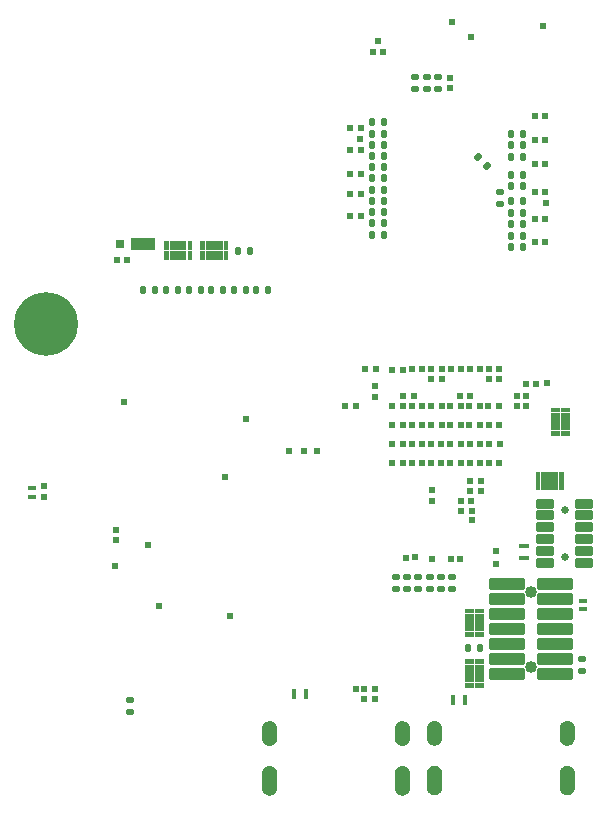
<source format=gbr>
%TF.GenerationSoftware,KiCad,Pcbnew,9.0.7*%
%TF.CreationDate,2026-01-26T18:53:02-07:00*%
%TF.ProjectId,MPU_MOD,4d50555f-4d4f-4442-9e6b-696361645f70,rev?*%
%TF.SameCoordinates,Original*%
%TF.FileFunction,Soldermask,Bot*%
%TF.FilePolarity,Negative*%
%FSLAX46Y46*%
G04 Gerber Fmt 4.6, Leading zero omitted, Abs format (unit mm)*
G04 Created by KiCad (PCBNEW 9.0.7) date 2026-01-26 18:53:02*
%MOMM*%
%LPD*%
G01*
G04 APERTURE LIST*
G04 Aperture macros list*
%AMRoundRect*
0 Rectangle with rounded corners*
0 $1 Rounding radius*
0 $2 $3 $4 $5 $6 $7 $8 $9 X,Y pos of 4 corners*
0 Add a 4 corners polygon primitive as box body*
4,1,4,$2,$3,$4,$5,$6,$7,$8,$9,$2,$3,0*
0 Add four circle primitives for the rounded corners*
1,1,$1+$1,$2,$3*
1,1,$1+$1,$4,$5*
1,1,$1+$1,$6,$7*
1,1,$1+$1,$8,$9*
0 Add four rect primitives between the rounded corners*
20,1,$1+$1,$2,$3,$4,$5,0*
20,1,$1+$1,$4,$5,$6,$7,0*
20,1,$1+$1,$6,$7,$8,$9,0*
20,1,$1+$1,$8,$9,$2,$3,0*%
G04 Aperture macros list end*
%ADD10C,0.010000*%
%ADD11R,0.510000X0.560000*%
%ADD12R,0.560000X0.510000*%
%ADD13R,0.406400X0.838200*%
%ADD14C,1.020000*%
%ADD15RoundRect,0.102000X-1.395000X0.370000X-1.395000X-0.370000X1.395000X-0.370000X1.395000X0.370000X0*%
%ADD16RoundRect,0.135000X-0.185000X0.135000X-0.185000X-0.135000X0.185000X-0.135000X0.185000X0.135000X0*%
%ADD17RoundRect,0.135000X0.185000X-0.135000X0.185000X0.135000X-0.185000X0.135000X-0.185000X-0.135000X0*%
%ADD18RoundRect,0.075000X0.175000X0.175000X-0.175000X0.175000X-0.175000X-0.175000X0.175000X-0.175000X0*%
%ADD19C,0.800000*%
%ADD20C,5.400000*%
%ADD21RoundRect,0.135000X-0.135000X-0.185000X0.135000X-0.185000X0.135000X0.185000X-0.135000X0.185000X0*%
%ADD22RoundRect,0.135000X0.135000X0.185000X-0.135000X0.185000X-0.135000X-0.185000X0.135000X-0.185000X0*%
%ADD23RoundRect,0.075000X0.175000X-0.175000X0.175000X0.175000X-0.175000X0.175000X-0.175000X-0.175000X0*%
%ADD24R,0.800000X0.800000*%
%ADD25R,2.000000X1.100000*%
%ADD26RoundRect,0.135000X0.226274X0.035355X0.035355X0.226274X-0.226274X-0.035355X-0.035355X-0.226274X0*%
%ADD27RoundRect,0.075000X-0.175000X0.175000X-0.175000X-0.175000X0.175000X-0.175000X0.175000X0.175000X0*%
%ADD28RoundRect,0.075000X-0.175000X-0.175000X0.175000X-0.175000X0.175000X0.175000X-0.175000X0.175000X0*%
%ADD29RoundRect,0.050000X-0.300000X0.150000X-0.300000X-0.150000X0.300000X-0.150000X0.300000X0.150000X0*%
%ADD30R,0.838200X0.406400*%
%ADD31C,0.650000*%
%ADD32RoundRect,0.102000X-0.650000X0.300000X-0.650000X-0.300000X0.650000X-0.300000X0.650000X0.300000X0*%
G04 APERTURE END LIST*
D10*
%TO.C,J1101*%
X82311000Y-122411000D02*
X82343000Y-122413000D01*
X82374000Y-122417000D01*
X82405000Y-122423000D01*
X82435000Y-122430000D01*
X82465000Y-122439000D01*
X82495000Y-122450000D01*
X82524000Y-122462000D01*
X82552000Y-122475000D01*
X82580000Y-122490000D01*
X82607000Y-122507000D01*
X82633000Y-122525000D01*
X82658000Y-122544000D01*
X82681000Y-122564000D01*
X82704000Y-122586000D01*
X82726000Y-122609000D01*
X82746000Y-122632000D01*
X82765000Y-122657000D01*
X82783000Y-122683000D01*
X82800000Y-122710000D01*
X82815000Y-122738000D01*
X82828000Y-122766000D01*
X82840000Y-122795000D01*
X82851000Y-122825000D01*
X82860000Y-122855000D01*
X82867000Y-122885000D01*
X82873000Y-122916000D01*
X82877000Y-122947000D01*
X82879000Y-122979000D01*
X82880000Y-123010000D01*
X82880000Y-123810000D01*
X82879000Y-123841000D01*
X82877000Y-123873000D01*
X82873000Y-123904000D01*
X82867000Y-123935000D01*
X82860000Y-123965000D01*
X82851000Y-123995000D01*
X82840000Y-124025000D01*
X82828000Y-124054000D01*
X82815000Y-124082000D01*
X82800000Y-124110000D01*
X82783000Y-124137000D01*
X82765000Y-124163000D01*
X82746000Y-124188000D01*
X82726000Y-124211000D01*
X82704000Y-124234000D01*
X82681000Y-124256000D01*
X82658000Y-124276000D01*
X82633000Y-124295000D01*
X82607000Y-124313000D01*
X82580000Y-124330000D01*
X82552000Y-124345000D01*
X82524000Y-124358000D01*
X82495000Y-124370000D01*
X82465000Y-124381000D01*
X82435000Y-124390000D01*
X82405000Y-124397000D01*
X82374000Y-124403000D01*
X82343000Y-124407000D01*
X82311000Y-124409000D01*
X82280000Y-124410000D01*
X82249000Y-124409000D01*
X82217000Y-124407000D01*
X82186000Y-124403000D01*
X82155000Y-124397000D01*
X82125000Y-124390000D01*
X82095000Y-124381000D01*
X82065000Y-124370000D01*
X82036000Y-124358000D01*
X82008000Y-124345000D01*
X81980000Y-124330000D01*
X81953000Y-124313000D01*
X81927000Y-124295000D01*
X81902000Y-124276000D01*
X81879000Y-124256000D01*
X81856000Y-124234000D01*
X81834000Y-124211000D01*
X81814000Y-124188000D01*
X81795000Y-124163000D01*
X81777000Y-124137000D01*
X81760000Y-124110000D01*
X81745000Y-124082000D01*
X81732000Y-124054000D01*
X81720000Y-124025000D01*
X81709000Y-123995000D01*
X81700000Y-123965000D01*
X81693000Y-123935000D01*
X81687000Y-123904000D01*
X81683000Y-123873000D01*
X81681000Y-123841000D01*
X81680000Y-123810000D01*
X81680000Y-123010000D01*
X81681000Y-122979000D01*
X81683000Y-122947000D01*
X81687000Y-122916000D01*
X81693000Y-122885000D01*
X81700000Y-122855000D01*
X81709000Y-122825000D01*
X81720000Y-122795000D01*
X81732000Y-122766000D01*
X81745000Y-122738000D01*
X81760000Y-122710000D01*
X81777000Y-122683000D01*
X81795000Y-122657000D01*
X81814000Y-122632000D01*
X81834000Y-122609000D01*
X81856000Y-122586000D01*
X81879000Y-122564000D01*
X81902000Y-122544000D01*
X81927000Y-122525000D01*
X81953000Y-122507000D01*
X81980000Y-122490000D01*
X82008000Y-122475000D01*
X82036000Y-122462000D01*
X82065000Y-122450000D01*
X82095000Y-122439000D01*
X82125000Y-122430000D01*
X82155000Y-122423000D01*
X82186000Y-122417000D01*
X82217000Y-122413000D01*
X82249000Y-122411000D01*
X82280000Y-122410000D01*
X82311000Y-122411000D01*
G36*
X82311000Y-122411000D02*
G01*
X82343000Y-122413000D01*
X82374000Y-122417000D01*
X82405000Y-122423000D01*
X82435000Y-122430000D01*
X82465000Y-122439000D01*
X82495000Y-122450000D01*
X82524000Y-122462000D01*
X82552000Y-122475000D01*
X82580000Y-122490000D01*
X82607000Y-122507000D01*
X82633000Y-122525000D01*
X82658000Y-122544000D01*
X82681000Y-122564000D01*
X82704000Y-122586000D01*
X82726000Y-122609000D01*
X82746000Y-122632000D01*
X82765000Y-122657000D01*
X82783000Y-122683000D01*
X82800000Y-122710000D01*
X82815000Y-122738000D01*
X82828000Y-122766000D01*
X82840000Y-122795000D01*
X82851000Y-122825000D01*
X82860000Y-122855000D01*
X82867000Y-122885000D01*
X82873000Y-122916000D01*
X82877000Y-122947000D01*
X82879000Y-122979000D01*
X82880000Y-123010000D01*
X82880000Y-123810000D01*
X82879000Y-123841000D01*
X82877000Y-123873000D01*
X82873000Y-123904000D01*
X82867000Y-123935000D01*
X82860000Y-123965000D01*
X82851000Y-123995000D01*
X82840000Y-124025000D01*
X82828000Y-124054000D01*
X82815000Y-124082000D01*
X82800000Y-124110000D01*
X82783000Y-124137000D01*
X82765000Y-124163000D01*
X82746000Y-124188000D01*
X82726000Y-124211000D01*
X82704000Y-124234000D01*
X82681000Y-124256000D01*
X82658000Y-124276000D01*
X82633000Y-124295000D01*
X82607000Y-124313000D01*
X82580000Y-124330000D01*
X82552000Y-124345000D01*
X82524000Y-124358000D01*
X82495000Y-124370000D01*
X82465000Y-124381000D01*
X82435000Y-124390000D01*
X82405000Y-124397000D01*
X82374000Y-124403000D01*
X82343000Y-124407000D01*
X82311000Y-124409000D01*
X82280000Y-124410000D01*
X82249000Y-124409000D01*
X82217000Y-124407000D01*
X82186000Y-124403000D01*
X82155000Y-124397000D01*
X82125000Y-124390000D01*
X82095000Y-124381000D01*
X82065000Y-124370000D01*
X82036000Y-124358000D01*
X82008000Y-124345000D01*
X81980000Y-124330000D01*
X81953000Y-124313000D01*
X81927000Y-124295000D01*
X81902000Y-124276000D01*
X81879000Y-124256000D01*
X81856000Y-124234000D01*
X81834000Y-124211000D01*
X81814000Y-124188000D01*
X81795000Y-124163000D01*
X81777000Y-124137000D01*
X81760000Y-124110000D01*
X81745000Y-124082000D01*
X81732000Y-124054000D01*
X81720000Y-124025000D01*
X81709000Y-123995000D01*
X81700000Y-123965000D01*
X81693000Y-123935000D01*
X81687000Y-123904000D01*
X81683000Y-123873000D01*
X81681000Y-123841000D01*
X81680000Y-123810000D01*
X81680000Y-123010000D01*
X81681000Y-122979000D01*
X81683000Y-122947000D01*
X81687000Y-122916000D01*
X81693000Y-122885000D01*
X81700000Y-122855000D01*
X81709000Y-122825000D01*
X81720000Y-122795000D01*
X81732000Y-122766000D01*
X81745000Y-122738000D01*
X81760000Y-122710000D01*
X81777000Y-122683000D01*
X81795000Y-122657000D01*
X81814000Y-122632000D01*
X81834000Y-122609000D01*
X81856000Y-122586000D01*
X81879000Y-122564000D01*
X81902000Y-122544000D01*
X81927000Y-122525000D01*
X81953000Y-122507000D01*
X81980000Y-122490000D01*
X82008000Y-122475000D01*
X82036000Y-122462000D01*
X82065000Y-122450000D01*
X82095000Y-122439000D01*
X82125000Y-122430000D01*
X82155000Y-122423000D01*
X82186000Y-122417000D01*
X82217000Y-122413000D01*
X82249000Y-122411000D01*
X82280000Y-122410000D01*
X82311000Y-122411000D01*
G37*
X82311000Y-126211000D02*
X82343000Y-126213000D01*
X82374000Y-126217000D01*
X82405000Y-126223000D01*
X82435000Y-126230000D01*
X82465000Y-126239000D01*
X82495000Y-126250000D01*
X82524000Y-126262000D01*
X82552000Y-126275000D01*
X82580000Y-126290000D01*
X82607000Y-126307000D01*
X82633000Y-126325000D01*
X82658000Y-126344000D01*
X82681000Y-126364000D01*
X82704000Y-126386000D01*
X82726000Y-126409000D01*
X82746000Y-126432000D01*
X82765000Y-126457000D01*
X82783000Y-126483000D01*
X82800000Y-126510000D01*
X82815000Y-126538000D01*
X82828000Y-126566000D01*
X82840000Y-126595000D01*
X82851000Y-126625000D01*
X82860000Y-126655000D01*
X82867000Y-126685000D01*
X82873000Y-126716000D01*
X82877000Y-126747000D01*
X82879000Y-126779000D01*
X82880000Y-126810000D01*
X82880000Y-128010000D01*
X82879000Y-128041000D01*
X82877000Y-128073000D01*
X82873000Y-128104000D01*
X82867000Y-128135000D01*
X82860000Y-128165000D01*
X82851000Y-128195000D01*
X82840000Y-128225000D01*
X82828000Y-128254000D01*
X82815000Y-128282000D01*
X82800000Y-128310000D01*
X82783000Y-128337000D01*
X82765000Y-128363000D01*
X82746000Y-128388000D01*
X82726000Y-128411000D01*
X82704000Y-128434000D01*
X82681000Y-128456000D01*
X82658000Y-128476000D01*
X82633000Y-128495000D01*
X82607000Y-128513000D01*
X82580000Y-128530000D01*
X82552000Y-128545000D01*
X82524000Y-128558000D01*
X82495000Y-128570000D01*
X82465000Y-128581000D01*
X82435000Y-128590000D01*
X82405000Y-128597000D01*
X82374000Y-128603000D01*
X82343000Y-128607000D01*
X82311000Y-128609000D01*
X82280000Y-128610000D01*
X82249000Y-128609000D01*
X82217000Y-128607000D01*
X82186000Y-128603000D01*
X82155000Y-128597000D01*
X82125000Y-128590000D01*
X82095000Y-128581000D01*
X82065000Y-128570000D01*
X82036000Y-128558000D01*
X82008000Y-128545000D01*
X81980000Y-128530000D01*
X81953000Y-128513000D01*
X81927000Y-128495000D01*
X81902000Y-128476000D01*
X81879000Y-128456000D01*
X81856000Y-128434000D01*
X81834000Y-128411000D01*
X81814000Y-128388000D01*
X81795000Y-128363000D01*
X81777000Y-128337000D01*
X81760000Y-128310000D01*
X81745000Y-128282000D01*
X81732000Y-128254000D01*
X81720000Y-128225000D01*
X81709000Y-128195000D01*
X81700000Y-128165000D01*
X81693000Y-128135000D01*
X81687000Y-128104000D01*
X81683000Y-128073000D01*
X81681000Y-128041000D01*
X81680000Y-128010000D01*
X81680000Y-126810000D01*
X81681000Y-126779000D01*
X81683000Y-126747000D01*
X81687000Y-126716000D01*
X81693000Y-126685000D01*
X81700000Y-126655000D01*
X81709000Y-126625000D01*
X81720000Y-126595000D01*
X81732000Y-126566000D01*
X81745000Y-126538000D01*
X81760000Y-126510000D01*
X81777000Y-126483000D01*
X81795000Y-126457000D01*
X81814000Y-126432000D01*
X81834000Y-126409000D01*
X81856000Y-126386000D01*
X81879000Y-126364000D01*
X81902000Y-126344000D01*
X81927000Y-126325000D01*
X81953000Y-126307000D01*
X81980000Y-126290000D01*
X82008000Y-126275000D01*
X82036000Y-126262000D01*
X82065000Y-126250000D01*
X82095000Y-126239000D01*
X82125000Y-126230000D01*
X82155000Y-126223000D01*
X82186000Y-126217000D01*
X82217000Y-126213000D01*
X82249000Y-126211000D01*
X82280000Y-126210000D01*
X82311000Y-126211000D01*
G36*
X82311000Y-126211000D02*
G01*
X82343000Y-126213000D01*
X82374000Y-126217000D01*
X82405000Y-126223000D01*
X82435000Y-126230000D01*
X82465000Y-126239000D01*
X82495000Y-126250000D01*
X82524000Y-126262000D01*
X82552000Y-126275000D01*
X82580000Y-126290000D01*
X82607000Y-126307000D01*
X82633000Y-126325000D01*
X82658000Y-126344000D01*
X82681000Y-126364000D01*
X82704000Y-126386000D01*
X82726000Y-126409000D01*
X82746000Y-126432000D01*
X82765000Y-126457000D01*
X82783000Y-126483000D01*
X82800000Y-126510000D01*
X82815000Y-126538000D01*
X82828000Y-126566000D01*
X82840000Y-126595000D01*
X82851000Y-126625000D01*
X82860000Y-126655000D01*
X82867000Y-126685000D01*
X82873000Y-126716000D01*
X82877000Y-126747000D01*
X82879000Y-126779000D01*
X82880000Y-126810000D01*
X82880000Y-128010000D01*
X82879000Y-128041000D01*
X82877000Y-128073000D01*
X82873000Y-128104000D01*
X82867000Y-128135000D01*
X82860000Y-128165000D01*
X82851000Y-128195000D01*
X82840000Y-128225000D01*
X82828000Y-128254000D01*
X82815000Y-128282000D01*
X82800000Y-128310000D01*
X82783000Y-128337000D01*
X82765000Y-128363000D01*
X82746000Y-128388000D01*
X82726000Y-128411000D01*
X82704000Y-128434000D01*
X82681000Y-128456000D01*
X82658000Y-128476000D01*
X82633000Y-128495000D01*
X82607000Y-128513000D01*
X82580000Y-128530000D01*
X82552000Y-128545000D01*
X82524000Y-128558000D01*
X82495000Y-128570000D01*
X82465000Y-128581000D01*
X82435000Y-128590000D01*
X82405000Y-128597000D01*
X82374000Y-128603000D01*
X82343000Y-128607000D01*
X82311000Y-128609000D01*
X82280000Y-128610000D01*
X82249000Y-128609000D01*
X82217000Y-128607000D01*
X82186000Y-128603000D01*
X82155000Y-128597000D01*
X82125000Y-128590000D01*
X82095000Y-128581000D01*
X82065000Y-128570000D01*
X82036000Y-128558000D01*
X82008000Y-128545000D01*
X81980000Y-128530000D01*
X81953000Y-128513000D01*
X81927000Y-128495000D01*
X81902000Y-128476000D01*
X81879000Y-128456000D01*
X81856000Y-128434000D01*
X81834000Y-128411000D01*
X81814000Y-128388000D01*
X81795000Y-128363000D01*
X81777000Y-128337000D01*
X81760000Y-128310000D01*
X81745000Y-128282000D01*
X81732000Y-128254000D01*
X81720000Y-128225000D01*
X81709000Y-128195000D01*
X81700000Y-128165000D01*
X81693000Y-128135000D01*
X81687000Y-128104000D01*
X81683000Y-128073000D01*
X81681000Y-128041000D01*
X81680000Y-128010000D01*
X81680000Y-126810000D01*
X81681000Y-126779000D01*
X81683000Y-126747000D01*
X81687000Y-126716000D01*
X81693000Y-126685000D01*
X81700000Y-126655000D01*
X81709000Y-126625000D01*
X81720000Y-126595000D01*
X81732000Y-126566000D01*
X81745000Y-126538000D01*
X81760000Y-126510000D01*
X81777000Y-126483000D01*
X81795000Y-126457000D01*
X81814000Y-126432000D01*
X81834000Y-126409000D01*
X81856000Y-126386000D01*
X81879000Y-126364000D01*
X81902000Y-126344000D01*
X81927000Y-126325000D01*
X81953000Y-126307000D01*
X81980000Y-126290000D01*
X82008000Y-126275000D01*
X82036000Y-126262000D01*
X82065000Y-126250000D01*
X82095000Y-126239000D01*
X82125000Y-126230000D01*
X82155000Y-126223000D01*
X82186000Y-126217000D01*
X82217000Y-126213000D01*
X82249000Y-126211000D01*
X82280000Y-126210000D01*
X82311000Y-126211000D01*
G37*
X93551000Y-122411000D02*
X93583000Y-122413000D01*
X93614000Y-122417000D01*
X93645000Y-122423000D01*
X93675000Y-122430000D01*
X93705000Y-122439000D01*
X93735000Y-122450000D01*
X93764000Y-122462000D01*
X93792000Y-122475000D01*
X93820000Y-122490000D01*
X93847000Y-122507000D01*
X93873000Y-122525000D01*
X93898000Y-122544000D01*
X93921000Y-122564000D01*
X93944000Y-122586000D01*
X93966000Y-122609000D01*
X93986000Y-122632000D01*
X94005000Y-122657000D01*
X94023000Y-122683000D01*
X94040000Y-122710000D01*
X94055000Y-122738000D01*
X94068000Y-122766000D01*
X94080000Y-122795000D01*
X94091000Y-122825000D01*
X94100000Y-122855000D01*
X94107000Y-122885000D01*
X94113000Y-122916000D01*
X94117000Y-122947000D01*
X94119000Y-122979000D01*
X94120000Y-123010000D01*
X94120000Y-123810000D01*
X94119000Y-123841000D01*
X94117000Y-123873000D01*
X94113000Y-123904000D01*
X94107000Y-123935000D01*
X94100000Y-123965000D01*
X94091000Y-123995000D01*
X94080000Y-124025000D01*
X94068000Y-124054000D01*
X94055000Y-124082000D01*
X94040000Y-124110000D01*
X94023000Y-124137000D01*
X94005000Y-124163000D01*
X93986000Y-124188000D01*
X93966000Y-124211000D01*
X93944000Y-124234000D01*
X93921000Y-124256000D01*
X93898000Y-124276000D01*
X93873000Y-124295000D01*
X93847000Y-124313000D01*
X93820000Y-124330000D01*
X93792000Y-124345000D01*
X93764000Y-124358000D01*
X93735000Y-124370000D01*
X93705000Y-124381000D01*
X93675000Y-124390000D01*
X93645000Y-124397000D01*
X93614000Y-124403000D01*
X93583000Y-124407000D01*
X93551000Y-124409000D01*
X93520000Y-124410000D01*
X93489000Y-124409000D01*
X93457000Y-124407000D01*
X93426000Y-124403000D01*
X93395000Y-124397000D01*
X93365000Y-124390000D01*
X93335000Y-124381000D01*
X93305000Y-124370000D01*
X93276000Y-124358000D01*
X93248000Y-124345000D01*
X93220000Y-124330000D01*
X93193000Y-124313000D01*
X93167000Y-124295000D01*
X93142000Y-124276000D01*
X93119000Y-124256000D01*
X93096000Y-124234000D01*
X93074000Y-124211000D01*
X93054000Y-124188000D01*
X93035000Y-124163000D01*
X93017000Y-124137000D01*
X93000000Y-124110000D01*
X92985000Y-124082000D01*
X92972000Y-124054000D01*
X92960000Y-124025000D01*
X92949000Y-123995000D01*
X92940000Y-123965000D01*
X92933000Y-123935000D01*
X92927000Y-123904000D01*
X92923000Y-123873000D01*
X92921000Y-123841000D01*
X92920000Y-123810000D01*
X92920000Y-123010000D01*
X92921000Y-122979000D01*
X92923000Y-122947000D01*
X92927000Y-122916000D01*
X92933000Y-122885000D01*
X92940000Y-122855000D01*
X92949000Y-122825000D01*
X92960000Y-122795000D01*
X92972000Y-122766000D01*
X92985000Y-122738000D01*
X93000000Y-122710000D01*
X93017000Y-122683000D01*
X93035000Y-122657000D01*
X93054000Y-122632000D01*
X93074000Y-122609000D01*
X93096000Y-122586000D01*
X93119000Y-122564000D01*
X93142000Y-122544000D01*
X93167000Y-122525000D01*
X93193000Y-122507000D01*
X93220000Y-122490000D01*
X93248000Y-122475000D01*
X93276000Y-122462000D01*
X93305000Y-122450000D01*
X93335000Y-122439000D01*
X93365000Y-122430000D01*
X93395000Y-122423000D01*
X93426000Y-122417000D01*
X93457000Y-122413000D01*
X93489000Y-122411000D01*
X93520000Y-122410000D01*
X93551000Y-122411000D01*
G36*
X93551000Y-122411000D02*
G01*
X93583000Y-122413000D01*
X93614000Y-122417000D01*
X93645000Y-122423000D01*
X93675000Y-122430000D01*
X93705000Y-122439000D01*
X93735000Y-122450000D01*
X93764000Y-122462000D01*
X93792000Y-122475000D01*
X93820000Y-122490000D01*
X93847000Y-122507000D01*
X93873000Y-122525000D01*
X93898000Y-122544000D01*
X93921000Y-122564000D01*
X93944000Y-122586000D01*
X93966000Y-122609000D01*
X93986000Y-122632000D01*
X94005000Y-122657000D01*
X94023000Y-122683000D01*
X94040000Y-122710000D01*
X94055000Y-122738000D01*
X94068000Y-122766000D01*
X94080000Y-122795000D01*
X94091000Y-122825000D01*
X94100000Y-122855000D01*
X94107000Y-122885000D01*
X94113000Y-122916000D01*
X94117000Y-122947000D01*
X94119000Y-122979000D01*
X94120000Y-123010000D01*
X94120000Y-123810000D01*
X94119000Y-123841000D01*
X94117000Y-123873000D01*
X94113000Y-123904000D01*
X94107000Y-123935000D01*
X94100000Y-123965000D01*
X94091000Y-123995000D01*
X94080000Y-124025000D01*
X94068000Y-124054000D01*
X94055000Y-124082000D01*
X94040000Y-124110000D01*
X94023000Y-124137000D01*
X94005000Y-124163000D01*
X93986000Y-124188000D01*
X93966000Y-124211000D01*
X93944000Y-124234000D01*
X93921000Y-124256000D01*
X93898000Y-124276000D01*
X93873000Y-124295000D01*
X93847000Y-124313000D01*
X93820000Y-124330000D01*
X93792000Y-124345000D01*
X93764000Y-124358000D01*
X93735000Y-124370000D01*
X93705000Y-124381000D01*
X93675000Y-124390000D01*
X93645000Y-124397000D01*
X93614000Y-124403000D01*
X93583000Y-124407000D01*
X93551000Y-124409000D01*
X93520000Y-124410000D01*
X93489000Y-124409000D01*
X93457000Y-124407000D01*
X93426000Y-124403000D01*
X93395000Y-124397000D01*
X93365000Y-124390000D01*
X93335000Y-124381000D01*
X93305000Y-124370000D01*
X93276000Y-124358000D01*
X93248000Y-124345000D01*
X93220000Y-124330000D01*
X93193000Y-124313000D01*
X93167000Y-124295000D01*
X93142000Y-124276000D01*
X93119000Y-124256000D01*
X93096000Y-124234000D01*
X93074000Y-124211000D01*
X93054000Y-124188000D01*
X93035000Y-124163000D01*
X93017000Y-124137000D01*
X93000000Y-124110000D01*
X92985000Y-124082000D01*
X92972000Y-124054000D01*
X92960000Y-124025000D01*
X92949000Y-123995000D01*
X92940000Y-123965000D01*
X92933000Y-123935000D01*
X92927000Y-123904000D01*
X92923000Y-123873000D01*
X92921000Y-123841000D01*
X92920000Y-123810000D01*
X92920000Y-123010000D01*
X92921000Y-122979000D01*
X92923000Y-122947000D01*
X92927000Y-122916000D01*
X92933000Y-122885000D01*
X92940000Y-122855000D01*
X92949000Y-122825000D01*
X92960000Y-122795000D01*
X92972000Y-122766000D01*
X92985000Y-122738000D01*
X93000000Y-122710000D01*
X93017000Y-122683000D01*
X93035000Y-122657000D01*
X93054000Y-122632000D01*
X93074000Y-122609000D01*
X93096000Y-122586000D01*
X93119000Y-122564000D01*
X93142000Y-122544000D01*
X93167000Y-122525000D01*
X93193000Y-122507000D01*
X93220000Y-122490000D01*
X93248000Y-122475000D01*
X93276000Y-122462000D01*
X93305000Y-122450000D01*
X93335000Y-122439000D01*
X93365000Y-122430000D01*
X93395000Y-122423000D01*
X93426000Y-122417000D01*
X93457000Y-122413000D01*
X93489000Y-122411000D01*
X93520000Y-122410000D01*
X93551000Y-122411000D01*
G37*
X93551000Y-126211000D02*
X93583000Y-126213000D01*
X93614000Y-126217000D01*
X93645000Y-126223000D01*
X93675000Y-126230000D01*
X93705000Y-126239000D01*
X93735000Y-126250000D01*
X93764000Y-126262000D01*
X93792000Y-126275000D01*
X93820000Y-126290000D01*
X93847000Y-126307000D01*
X93873000Y-126325000D01*
X93898000Y-126344000D01*
X93921000Y-126364000D01*
X93944000Y-126386000D01*
X93966000Y-126409000D01*
X93986000Y-126432000D01*
X94005000Y-126457000D01*
X94023000Y-126483000D01*
X94040000Y-126510000D01*
X94055000Y-126538000D01*
X94068000Y-126566000D01*
X94080000Y-126595000D01*
X94091000Y-126625000D01*
X94100000Y-126655000D01*
X94107000Y-126685000D01*
X94113000Y-126716000D01*
X94117000Y-126747000D01*
X94119000Y-126779000D01*
X94120000Y-126810000D01*
X94120000Y-128010000D01*
X94119000Y-128041000D01*
X94117000Y-128073000D01*
X94113000Y-128104000D01*
X94107000Y-128135000D01*
X94100000Y-128165000D01*
X94091000Y-128195000D01*
X94080000Y-128225000D01*
X94068000Y-128254000D01*
X94055000Y-128282000D01*
X94040000Y-128310000D01*
X94023000Y-128337000D01*
X94005000Y-128363000D01*
X93986000Y-128388000D01*
X93966000Y-128411000D01*
X93944000Y-128434000D01*
X93921000Y-128456000D01*
X93898000Y-128476000D01*
X93873000Y-128495000D01*
X93847000Y-128513000D01*
X93820000Y-128530000D01*
X93792000Y-128545000D01*
X93764000Y-128558000D01*
X93735000Y-128570000D01*
X93705000Y-128581000D01*
X93675000Y-128590000D01*
X93645000Y-128597000D01*
X93614000Y-128603000D01*
X93583000Y-128607000D01*
X93551000Y-128609000D01*
X93520000Y-128610000D01*
X93489000Y-128609000D01*
X93457000Y-128607000D01*
X93426000Y-128603000D01*
X93395000Y-128597000D01*
X93365000Y-128590000D01*
X93335000Y-128581000D01*
X93305000Y-128570000D01*
X93276000Y-128558000D01*
X93248000Y-128545000D01*
X93220000Y-128530000D01*
X93193000Y-128513000D01*
X93167000Y-128495000D01*
X93142000Y-128476000D01*
X93119000Y-128456000D01*
X93096000Y-128434000D01*
X93074000Y-128411000D01*
X93054000Y-128388000D01*
X93035000Y-128363000D01*
X93017000Y-128337000D01*
X93000000Y-128310000D01*
X92985000Y-128282000D01*
X92972000Y-128254000D01*
X92960000Y-128225000D01*
X92949000Y-128195000D01*
X92940000Y-128165000D01*
X92933000Y-128135000D01*
X92927000Y-128104000D01*
X92923000Y-128073000D01*
X92921000Y-128041000D01*
X92920000Y-128010000D01*
X92920000Y-126810000D01*
X92921000Y-126779000D01*
X92923000Y-126747000D01*
X92927000Y-126716000D01*
X92933000Y-126685000D01*
X92940000Y-126655000D01*
X92949000Y-126625000D01*
X92960000Y-126595000D01*
X92972000Y-126566000D01*
X92985000Y-126538000D01*
X93000000Y-126510000D01*
X93017000Y-126483000D01*
X93035000Y-126457000D01*
X93054000Y-126432000D01*
X93074000Y-126409000D01*
X93096000Y-126386000D01*
X93119000Y-126364000D01*
X93142000Y-126344000D01*
X93167000Y-126325000D01*
X93193000Y-126307000D01*
X93220000Y-126290000D01*
X93248000Y-126275000D01*
X93276000Y-126262000D01*
X93305000Y-126250000D01*
X93335000Y-126239000D01*
X93365000Y-126230000D01*
X93395000Y-126223000D01*
X93426000Y-126217000D01*
X93457000Y-126213000D01*
X93489000Y-126211000D01*
X93520000Y-126210000D01*
X93551000Y-126211000D01*
G36*
X93551000Y-126211000D02*
G01*
X93583000Y-126213000D01*
X93614000Y-126217000D01*
X93645000Y-126223000D01*
X93675000Y-126230000D01*
X93705000Y-126239000D01*
X93735000Y-126250000D01*
X93764000Y-126262000D01*
X93792000Y-126275000D01*
X93820000Y-126290000D01*
X93847000Y-126307000D01*
X93873000Y-126325000D01*
X93898000Y-126344000D01*
X93921000Y-126364000D01*
X93944000Y-126386000D01*
X93966000Y-126409000D01*
X93986000Y-126432000D01*
X94005000Y-126457000D01*
X94023000Y-126483000D01*
X94040000Y-126510000D01*
X94055000Y-126538000D01*
X94068000Y-126566000D01*
X94080000Y-126595000D01*
X94091000Y-126625000D01*
X94100000Y-126655000D01*
X94107000Y-126685000D01*
X94113000Y-126716000D01*
X94117000Y-126747000D01*
X94119000Y-126779000D01*
X94120000Y-126810000D01*
X94120000Y-128010000D01*
X94119000Y-128041000D01*
X94117000Y-128073000D01*
X94113000Y-128104000D01*
X94107000Y-128135000D01*
X94100000Y-128165000D01*
X94091000Y-128195000D01*
X94080000Y-128225000D01*
X94068000Y-128254000D01*
X94055000Y-128282000D01*
X94040000Y-128310000D01*
X94023000Y-128337000D01*
X94005000Y-128363000D01*
X93986000Y-128388000D01*
X93966000Y-128411000D01*
X93944000Y-128434000D01*
X93921000Y-128456000D01*
X93898000Y-128476000D01*
X93873000Y-128495000D01*
X93847000Y-128513000D01*
X93820000Y-128530000D01*
X93792000Y-128545000D01*
X93764000Y-128558000D01*
X93735000Y-128570000D01*
X93705000Y-128581000D01*
X93675000Y-128590000D01*
X93645000Y-128597000D01*
X93614000Y-128603000D01*
X93583000Y-128607000D01*
X93551000Y-128609000D01*
X93520000Y-128610000D01*
X93489000Y-128609000D01*
X93457000Y-128607000D01*
X93426000Y-128603000D01*
X93395000Y-128597000D01*
X93365000Y-128590000D01*
X93335000Y-128581000D01*
X93305000Y-128570000D01*
X93276000Y-128558000D01*
X93248000Y-128545000D01*
X93220000Y-128530000D01*
X93193000Y-128513000D01*
X93167000Y-128495000D01*
X93142000Y-128476000D01*
X93119000Y-128456000D01*
X93096000Y-128434000D01*
X93074000Y-128411000D01*
X93054000Y-128388000D01*
X93035000Y-128363000D01*
X93017000Y-128337000D01*
X93000000Y-128310000D01*
X92985000Y-128282000D01*
X92972000Y-128254000D01*
X92960000Y-128225000D01*
X92949000Y-128195000D01*
X92940000Y-128165000D01*
X92933000Y-128135000D01*
X92927000Y-128104000D01*
X92923000Y-128073000D01*
X92921000Y-128041000D01*
X92920000Y-128010000D01*
X92920000Y-126810000D01*
X92921000Y-126779000D01*
X92923000Y-126747000D01*
X92927000Y-126716000D01*
X92933000Y-126685000D01*
X92940000Y-126655000D01*
X92949000Y-126625000D01*
X92960000Y-126595000D01*
X92972000Y-126566000D01*
X92985000Y-126538000D01*
X93000000Y-126510000D01*
X93017000Y-126483000D01*
X93035000Y-126457000D01*
X93054000Y-126432000D01*
X93074000Y-126409000D01*
X93096000Y-126386000D01*
X93119000Y-126364000D01*
X93142000Y-126344000D01*
X93167000Y-126325000D01*
X93193000Y-126307000D01*
X93220000Y-126290000D01*
X93248000Y-126275000D01*
X93276000Y-126262000D01*
X93305000Y-126250000D01*
X93335000Y-126239000D01*
X93365000Y-126230000D01*
X93395000Y-126223000D01*
X93426000Y-126217000D01*
X93457000Y-126213000D01*
X93489000Y-126211000D01*
X93520000Y-126210000D01*
X93551000Y-126211000D01*
G37*
%TO.C,U702*%
X99549000Y-113160000D02*
X98869000Y-113160000D01*
X98869000Y-112860000D01*
X99549000Y-112860000D01*
X99549000Y-113160000D01*
G36*
X99549000Y-113160000D02*
G01*
X98869000Y-113160000D01*
X98869000Y-112860000D01*
X99549000Y-112860000D01*
X99549000Y-113160000D01*
G37*
X99549000Y-113660000D02*
X98869000Y-113660000D01*
X98869000Y-113360000D01*
X99549000Y-113360000D01*
X99549000Y-113660000D01*
G36*
X99549000Y-113660000D02*
G01*
X98869000Y-113660000D01*
X98869000Y-113360000D01*
X99549000Y-113360000D01*
X99549000Y-113660000D01*
G37*
X99549000Y-114260000D02*
X98869000Y-114260000D01*
X98869000Y-113760000D01*
X99549000Y-113760000D01*
X99549000Y-114260000D01*
G36*
X99549000Y-114260000D02*
G01*
X98869000Y-114260000D01*
X98869000Y-113760000D01*
X99549000Y-113760000D01*
X99549000Y-114260000D01*
G37*
X99549000Y-114660000D02*
X98869000Y-114660000D01*
X98869000Y-114360000D01*
X99549000Y-114360000D01*
X99549000Y-114660000D01*
G36*
X99549000Y-114660000D02*
G01*
X98869000Y-114660000D01*
X98869000Y-114360000D01*
X99549000Y-114360000D01*
X99549000Y-114660000D01*
G37*
X99549000Y-115160000D02*
X98869000Y-115160000D01*
X98869000Y-114860000D01*
X99549000Y-114860000D01*
X99549000Y-115160000D01*
G36*
X99549000Y-115160000D02*
G01*
X98869000Y-115160000D01*
X98869000Y-114860000D01*
X99549000Y-114860000D01*
X99549000Y-115160000D01*
G37*
X100369000Y-113160000D02*
X99689000Y-113160000D01*
X99689000Y-112860000D01*
X100369000Y-112860000D01*
X100369000Y-113160000D01*
G36*
X100369000Y-113160000D02*
G01*
X99689000Y-113160000D01*
X99689000Y-112860000D01*
X100369000Y-112860000D01*
X100369000Y-113160000D01*
G37*
X100369000Y-113660000D02*
X99689000Y-113660000D01*
X99689000Y-113360000D01*
X100369000Y-113360000D01*
X100369000Y-113660000D01*
G36*
X100369000Y-113660000D02*
G01*
X99689000Y-113660000D01*
X99689000Y-113360000D01*
X100369000Y-113360000D01*
X100369000Y-113660000D01*
G37*
X100369000Y-114260000D02*
X99689000Y-114260000D01*
X99689000Y-113760000D01*
X100369000Y-113760000D01*
X100369000Y-114260000D01*
G36*
X100369000Y-114260000D02*
G01*
X99689000Y-114260000D01*
X99689000Y-113760000D01*
X100369000Y-113760000D01*
X100369000Y-114260000D01*
G37*
X100369000Y-114660000D02*
X99689000Y-114660000D01*
X99689000Y-114360000D01*
X100369000Y-114360000D01*
X100369000Y-114660000D01*
G36*
X100369000Y-114660000D02*
G01*
X99689000Y-114660000D01*
X99689000Y-114360000D01*
X100369000Y-114360000D01*
X100369000Y-114660000D01*
G37*
X100369000Y-115160000D02*
X99689000Y-115160000D01*
X99689000Y-114860000D01*
X100369000Y-114860000D01*
X100369000Y-115160000D01*
G36*
X100369000Y-115160000D02*
G01*
X99689000Y-115160000D01*
X99689000Y-114860000D01*
X100369000Y-114860000D01*
X100369000Y-115160000D01*
G37*
%TO.C,U501*%
X76751500Y-82435000D02*
X76451500Y-82435000D01*
X76451500Y-81755000D01*
X76751500Y-81755000D01*
X76751500Y-82435000D01*
G36*
X76751500Y-82435000D02*
G01*
X76451500Y-82435000D01*
X76451500Y-81755000D01*
X76751500Y-81755000D01*
X76751500Y-82435000D01*
G37*
X76751500Y-83255000D02*
X76451500Y-83255000D01*
X76451500Y-82575000D01*
X76751500Y-82575000D01*
X76751500Y-83255000D01*
G36*
X76751500Y-83255000D02*
G01*
X76451500Y-83255000D01*
X76451500Y-82575000D01*
X76751500Y-82575000D01*
X76751500Y-83255000D01*
G37*
X77251500Y-82435000D02*
X76951500Y-82435000D01*
X76951500Y-81755000D01*
X77251500Y-81755000D01*
X77251500Y-82435000D01*
G36*
X77251500Y-82435000D02*
G01*
X76951500Y-82435000D01*
X76951500Y-81755000D01*
X77251500Y-81755000D01*
X77251500Y-82435000D01*
G37*
X77251500Y-83255000D02*
X76951500Y-83255000D01*
X76951500Y-82575000D01*
X77251500Y-82575000D01*
X77251500Y-83255000D01*
G36*
X77251500Y-83255000D02*
G01*
X76951500Y-83255000D01*
X76951500Y-82575000D01*
X77251500Y-82575000D01*
X77251500Y-83255000D01*
G37*
X77851500Y-82435000D02*
X77351500Y-82435000D01*
X77351500Y-81755000D01*
X77851500Y-81755000D01*
X77851500Y-82435000D01*
G36*
X77851500Y-82435000D02*
G01*
X77351500Y-82435000D01*
X77351500Y-81755000D01*
X77851500Y-81755000D01*
X77851500Y-82435000D01*
G37*
X77851500Y-83255000D02*
X77351500Y-83255000D01*
X77351500Y-82575000D01*
X77851500Y-82575000D01*
X77851500Y-83255000D01*
G36*
X77851500Y-83255000D02*
G01*
X77351500Y-83255000D01*
X77351500Y-82575000D01*
X77851500Y-82575000D01*
X77851500Y-83255000D01*
G37*
X78251500Y-82435000D02*
X77951500Y-82435000D01*
X77951500Y-81755000D01*
X78251500Y-81755000D01*
X78251500Y-82435000D01*
G36*
X78251500Y-82435000D02*
G01*
X77951500Y-82435000D01*
X77951500Y-81755000D01*
X78251500Y-81755000D01*
X78251500Y-82435000D01*
G37*
X78251500Y-83255000D02*
X77951500Y-83255000D01*
X77951500Y-82575000D01*
X78251500Y-82575000D01*
X78251500Y-83255000D01*
G36*
X78251500Y-83255000D02*
G01*
X77951500Y-83255000D01*
X77951500Y-82575000D01*
X78251500Y-82575000D01*
X78251500Y-83255000D01*
G37*
X78751500Y-82435000D02*
X78451500Y-82435000D01*
X78451500Y-81755000D01*
X78751500Y-81755000D01*
X78751500Y-82435000D01*
G36*
X78751500Y-82435000D02*
G01*
X78451500Y-82435000D01*
X78451500Y-81755000D01*
X78751500Y-81755000D01*
X78751500Y-82435000D01*
G37*
X78751500Y-83255000D02*
X78451500Y-83255000D01*
X78451500Y-82575000D01*
X78751500Y-82575000D01*
X78751500Y-83255000D01*
G36*
X78751500Y-83255000D02*
G01*
X78451500Y-83255000D01*
X78451500Y-82575000D01*
X78751500Y-82575000D01*
X78751500Y-83255000D01*
G37*
%TO.C,U502*%
X73690000Y-82435000D02*
X73390000Y-82435000D01*
X73390000Y-81755000D01*
X73690000Y-81755000D01*
X73690000Y-82435000D01*
G36*
X73690000Y-82435000D02*
G01*
X73390000Y-82435000D01*
X73390000Y-81755000D01*
X73690000Y-81755000D01*
X73690000Y-82435000D01*
G37*
X73690000Y-83255000D02*
X73390000Y-83255000D01*
X73390000Y-82575000D01*
X73690000Y-82575000D01*
X73690000Y-83255000D01*
G36*
X73690000Y-83255000D02*
G01*
X73390000Y-83255000D01*
X73390000Y-82575000D01*
X73690000Y-82575000D01*
X73690000Y-83255000D01*
G37*
X74190000Y-82435000D02*
X73890000Y-82435000D01*
X73890000Y-81755000D01*
X74190000Y-81755000D01*
X74190000Y-82435000D01*
G36*
X74190000Y-82435000D02*
G01*
X73890000Y-82435000D01*
X73890000Y-81755000D01*
X74190000Y-81755000D01*
X74190000Y-82435000D01*
G37*
X74190000Y-83255000D02*
X73890000Y-83255000D01*
X73890000Y-82575000D01*
X74190000Y-82575000D01*
X74190000Y-83255000D01*
G36*
X74190000Y-83255000D02*
G01*
X73890000Y-83255000D01*
X73890000Y-82575000D01*
X74190000Y-82575000D01*
X74190000Y-83255000D01*
G37*
X74790000Y-82435000D02*
X74290000Y-82435000D01*
X74290000Y-81755000D01*
X74790000Y-81755000D01*
X74790000Y-82435000D01*
G36*
X74790000Y-82435000D02*
G01*
X74290000Y-82435000D01*
X74290000Y-81755000D01*
X74790000Y-81755000D01*
X74790000Y-82435000D01*
G37*
X74790000Y-83255000D02*
X74290000Y-83255000D01*
X74290000Y-82575000D01*
X74790000Y-82575000D01*
X74790000Y-83255000D01*
G36*
X74790000Y-83255000D02*
G01*
X74290000Y-83255000D01*
X74290000Y-82575000D01*
X74790000Y-82575000D01*
X74790000Y-83255000D01*
G37*
X75190000Y-82435000D02*
X74890000Y-82435000D01*
X74890000Y-81755000D01*
X75190000Y-81755000D01*
X75190000Y-82435000D01*
G36*
X75190000Y-82435000D02*
G01*
X74890000Y-82435000D01*
X74890000Y-81755000D01*
X75190000Y-81755000D01*
X75190000Y-82435000D01*
G37*
X75190000Y-83255000D02*
X74890000Y-83255000D01*
X74890000Y-82575000D01*
X75190000Y-82575000D01*
X75190000Y-83255000D01*
G36*
X75190000Y-83255000D02*
G01*
X74890000Y-83255000D01*
X74890000Y-82575000D01*
X75190000Y-82575000D01*
X75190000Y-83255000D01*
G37*
X75690000Y-82435000D02*
X75390000Y-82435000D01*
X75390000Y-81755000D01*
X75690000Y-81755000D01*
X75690000Y-82435000D01*
G36*
X75690000Y-82435000D02*
G01*
X75390000Y-82435000D01*
X75390000Y-81755000D01*
X75690000Y-81755000D01*
X75690000Y-82435000D01*
G37*
X75690000Y-83255000D02*
X75390000Y-83255000D01*
X75390000Y-82575000D01*
X75690000Y-82575000D01*
X75690000Y-83255000D01*
G36*
X75690000Y-83255000D02*
G01*
X75390000Y-83255000D01*
X75390000Y-82575000D01*
X75690000Y-82575000D01*
X75690000Y-83255000D01*
G37*
%TO.C,U5*%
X106850000Y-96140000D02*
X106170000Y-96140000D01*
X106170000Y-95840000D01*
X106850000Y-95840000D01*
X106850000Y-96140000D01*
G36*
X106850000Y-96140000D02*
G01*
X106170000Y-96140000D01*
X106170000Y-95840000D01*
X106850000Y-95840000D01*
X106850000Y-96140000D01*
G37*
X106850000Y-96640000D02*
X106170000Y-96640000D01*
X106170000Y-96340000D01*
X106850000Y-96340000D01*
X106850000Y-96640000D01*
G36*
X106850000Y-96640000D02*
G01*
X106170000Y-96640000D01*
X106170000Y-96340000D01*
X106850000Y-96340000D01*
X106850000Y-96640000D01*
G37*
X106850000Y-97240000D02*
X106170000Y-97240000D01*
X106170000Y-96740000D01*
X106850000Y-96740000D01*
X106850000Y-97240000D01*
G36*
X106850000Y-97240000D02*
G01*
X106170000Y-97240000D01*
X106170000Y-96740000D01*
X106850000Y-96740000D01*
X106850000Y-97240000D01*
G37*
X106850000Y-97640000D02*
X106170000Y-97640000D01*
X106170000Y-97340000D01*
X106850000Y-97340000D01*
X106850000Y-97640000D01*
G36*
X106850000Y-97640000D02*
G01*
X106170000Y-97640000D01*
X106170000Y-97340000D01*
X106850000Y-97340000D01*
X106850000Y-97640000D01*
G37*
X106850000Y-98140000D02*
X106170000Y-98140000D01*
X106170000Y-97840000D01*
X106850000Y-97840000D01*
X106850000Y-98140000D01*
G36*
X106850000Y-98140000D02*
G01*
X106170000Y-98140000D01*
X106170000Y-97840000D01*
X106850000Y-97840000D01*
X106850000Y-98140000D01*
G37*
X107670000Y-96140000D02*
X106990000Y-96140000D01*
X106990000Y-95840000D01*
X107670000Y-95840000D01*
X107670000Y-96140000D01*
G36*
X107670000Y-96140000D02*
G01*
X106990000Y-96140000D01*
X106990000Y-95840000D01*
X107670000Y-95840000D01*
X107670000Y-96140000D01*
G37*
X107670000Y-96640000D02*
X106990000Y-96640000D01*
X106990000Y-96340000D01*
X107670000Y-96340000D01*
X107670000Y-96640000D01*
G36*
X107670000Y-96640000D02*
G01*
X106990000Y-96640000D01*
X106990000Y-96340000D01*
X107670000Y-96340000D01*
X107670000Y-96640000D01*
G37*
X107670000Y-97240000D02*
X106990000Y-97240000D01*
X106990000Y-96740000D01*
X107670000Y-96740000D01*
X107670000Y-97240000D01*
G36*
X107670000Y-97240000D02*
G01*
X106990000Y-97240000D01*
X106990000Y-96740000D01*
X107670000Y-96740000D01*
X107670000Y-97240000D01*
G37*
X107670000Y-97640000D02*
X106990000Y-97640000D01*
X106990000Y-97340000D01*
X107670000Y-97340000D01*
X107670000Y-97640000D01*
G36*
X107670000Y-97640000D02*
G01*
X106990000Y-97640000D01*
X106990000Y-97340000D01*
X107670000Y-97340000D01*
X107670000Y-97640000D01*
G37*
X107670000Y-98140000D02*
X106990000Y-98140000D01*
X106990000Y-97840000D01*
X107670000Y-97840000D01*
X107670000Y-98140000D01*
G36*
X107670000Y-98140000D02*
G01*
X106990000Y-98140000D01*
X106990000Y-97840000D01*
X107670000Y-97840000D01*
X107670000Y-98140000D01*
G37*
%TO.C,U3*%
X105140000Y-101960000D02*
X104840000Y-101960000D01*
X104840000Y-101280000D01*
X105140000Y-101280000D01*
X105140000Y-101960000D01*
G36*
X105140000Y-101960000D02*
G01*
X104840000Y-101960000D01*
X104840000Y-101280000D01*
X105140000Y-101280000D01*
X105140000Y-101960000D01*
G37*
X105140000Y-102780000D02*
X104840000Y-102780000D01*
X104840000Y-102100000D01*
X105140000Y-102100000D01*
X105140000Y-102780000D01*
G36*
X105140000Y-102780000D02*
G01*
X104840000Y-102780000D01*
X104840000Y-102100000D01*
X105140000Y-102100000D01*
X105140000Y-102780000D01*
G37*
X105640000Y-101960000D02*
X105340000Y-101960000D01*
X105340000Y-101280000D01*
X105640000Y-101280000D01*
X105640000Y-101960000D01*
G36*
X105640000Y-101960000D02*
G01*
X105340000Y-101960000D01*
X105340000Y-101280000D01*
X105640000Y-101280000D01*
X105640000Y-101960000D01*
G37*
X105640000Y-102780000D02*
X105340000Y-102780000D01*
X105340000Y-102100000D01*
X105640000Y-102100000D01*
X105640000Y-102780000D01*
G36*
X105640000Y-102780000D02*
G01*
X105340000Y-102780000D01*
X105340000Y-102100000D01*
X105640000Y-102100000D01*
X105640000Y-102780000D01*
G37*
X106240000Y-101960000D02*
X105740000Y-101960000D01*
X105740000Y-101280000D01*
X106240000Y-101280000D01*
X106240000Y-101960000D01*
G36*
X106240000Y-101960000D02*
G01*
X105740000Y-101960000D01*
X105740000Y-101280000D01*
X106240000Y-101280000D01*
X106240000Y-101960000D01*
G37*
X106240000Y-102780000D02*
X105740000Y-102780000D01*
X105740000Y-102100000D01*
X106240000Y-102100000D01*
X106240000Y-102780000D01*
G36*
X106240000Y-102780000D02*
G01*
X105740000Y-102780000D01*
X105740000Y-102100000D01*
X106240000Y-102100000D01*
X106240000Y-102780000D01*
G37*
X106640000Y-101960000D02*
X106340000Y-101960000D01*
X106340000Y-101280000D01*
X106640000Y-101280000D01*
X106640000Y-101960000D01*
G36*
X106640000Y-101960000D02*
G01*
X106340000Y-101960000D01*
X106340000Y-101280000D01*
X106640000Y-101280000D01*
X106640000Y-101960000D01*
G37*
X106640000Y-102780000D02*
X106340000Y-102780000D01*
X106340000Y-102100000D01*
X106640000Y-102100000D01*
X106640000Y-102780000D01*
G36*
X106640000Y-102780000D02*
G01*
X106340000Y-102780000D01*
X106340000Y-102100000D01*
X106640000Y-102100000D01*
X106640000Y-102780000D01*
G37*
X107140000Y-101960000D02*
X106840000Y-101960000D01*
X106840000Y-101280000D01*
X107140000Y-101280000D01*
X107140000Y-101960000D01*
G36*
X107140000Y-101960000D02*
G01*
X106840000Y-101960000D01*
X106840000Y-101280000D01*
X107140000Y-101280000D01*
X107140000Y-101960000D01*
G37*
X107140000Y-102780000D02*
X106840000Y-102780000D01*
X106840000Y-102100000D01*
X107140000Y-102100000D01*
X107140000Y-102780000D01*
G36*
X107140000Y-102780000D02*
G01*
X106840000Y-102780000D01*
X106840000Y-102100000D01*
X107140000Y-102100000D01*
X107140000Y-102780000D01*
G37*
%TO.C,U703*%
X99580000Y-117470000D02*
X98900000Y-117470000D01*
X98900000Y-117170000D01*
X99580000Y-117170000D01*
X99580000Y-117470000D01*
G36*
X99580000Y-117470000D02*
G01*
X98900000Y-117470000D01*
X98900000Y-117170000D01*
X99580000Y-117170000D01*
X99580000Y-117470000D01*
G37*
X99580000Y-117970000D02*
X98900000Y-117970000D01*
X98900000Y-117670000D01*
X99580000Y-117670000D01*
X99580000Y-117970000D01*
G36*
X99580000Y-117970000D02*
G01*
X98900000Y-117970000D01*
X98900000Y-117670000D01*
X99580000Y-117670000D01*
X99580000Y-117970000D01*
G37*
X99580000Y-118570000D02*
X98900000Y-118570000D01*
X98900000Y-118070000D01*
X99580000Y-118070000D01*
X99580000Y-118570000D01*
G36*
X99580000Y-118570000D02*
G01*
X98900000Y-118570000D01*
X98900000Y-118070000D01*
X99580000Y-118070000D01*
X99580000Y-118570000D01*
G37*
X99580000Y-118970000D02*
X98900000Y-118970000D01*
X98900000Y-118670000D01*
X99580000Y-118670000D01*
X99580000Y-118970000D01*
G36*
X99580000Y-118970000D02*
G01*
X98900000Y-118970000D01*
X98900000Y-118670000D01*
X99580000Y-118670000D01*
X99580000Y-118970000D01*
G37*
X99580000Y-119470000D02*
X98900000Y-119470000D01*
X98900000Y-119170000D01*
X99580000Y-119170000D01*
X99580000Y-119470000D01*
G36*
X99580000Y-119470000D02*
G01*
X98900000Y-119470000D01*
X98900000Y-119170000D01*
X99580000Y-119170000D01*
X99580000Y-119470000D01*
G37*
X100400000Y-117470000D02*
X99720000Y-117470000D01*
X99720000Y-117170000D01*
X100400000Y-117170000D01*
X100400000Y-117470000D01*
G36*
X100400000Y-117470000D02*
G01*
X99720000Y-117470000D01*
X99720000Y-117170000D01*
X100400000Y-117170000D01*
X100400000Y-117470000D01*
G37*
X100400000Y-117970000D02*
X99720000Y-117970000D01*
X99720000Y-117670000D01*
X100400000Y-117670000D01*
X100400000Y-117970000D01*
G36*
X100400000Y-117970000D02*
G01*
X99720000Y-117970000D01*
X99720000Y-117670000D01*
X100400000Y-117670000D01*
X100400000Y-117970000D01*
G37*
X100400000Y-118570000D02*
X99720000Y-118570000D01*
X99720000Y-118070000D01*
X100400000Y-118070000D01*
X100400000Y-118570000D01*
G36*
X100400000Y-118570000D02*
G01*
X99720000Y-118570000D01*
X99720000Y-118070000D01*
X100400000Y-118070000D01*
X100400000Y-118570000D01*
G37*
X100400000Y-118970000D02*
X99720000Y-118970000D01*
X99720000Y-118670000D01*
X100400000Y-118670000D01*
X100400000Y-118970000D01*
G36*
X100400000Y-118970000D02*
G01*
X99720000Y-118970000D01*
X99720000Y-118670000D01*
X100400000Y-118670000D01*
X100400000Y-118970000D01*
G37*
X100400000Y-119470000D02*
X99720000Y-119470000D01*
X99720000Y-119170000D01*
X100400000Y-119170000D01*
X100400000Y-119470000D01*
G36*
X100400000Y-119470000D02*
G01*
X99720000Y-119470000D01*
X99720000Y-119170000D01*
X100400000Y-119170000D01*
X100400000Y-119470000D01*
G37*
%TO.C,J1*%
X96271000Y-122388500D02*
X96303000Y-122390500D01*
X96334000Y-122394500D01*
X96365000Y-122400500D01*
X96395000Y-122407500D01*
X96425000Y-122416500D01*
X96455000Y-122427500D01*
X96484000Y-122439500D01*
X96512000Y-122452500D01*
X96540000Y-122467500D01*
X96567000Y-122484500D01*
X96593000Y-122502500D01*
X96618000Y-122521500D01*
X96641000Y-122541500D01*
X96664000Y-122563500D01*
X96686000Y-122586500D01*
X96706000Y-122609500D01*
X96725000Y-122634500D01*
X96743000Y-122660500D01*
X96760000Y-122687500D01*
X96775000Y-122715500D01*
X96788000Y-122743500D01*
X96800000Y-122772500D01*
X96811000Y-122802500D01*
X96820000Y-122832500D01*
X96827000Y-122862500D01*
X96833000Y-122893500D01*
X96837000Y-122924500D01*
X96839000Y-122956500D01*
X96840000Y-122987500D01*
X96840000Y-123787500D01*
X96839000Y-123818500D01*
X96837000Y-123850500D01*
X96833000Y-123881500D01*
X96827000Y-123912500D01*
X96820000Y-123942500D01*
X96811000Y-123972500D01*
X96800000Y-124002500D01*
X96788000Y-124031500D01*
X96775000Y-124059500D01*
X96760000Y-124087500D01*
X96743000Y-124114500D01*
X96725000Y-124140500D01*
X96706000Y-124165500D01*
X96686000Y-124188500D01*
X96664000Y-124211500D01*
X96641000Y-124233500D01*
X96618000Y-124253500D01*
X96593000Y-124272500D01*
X96567000Y-124290500D01*
X96540000Y-124307500D01*
X96512000Y-124322500D01*
X96484000Y-124335500D01*
X96455000Y-124347500D01*
X96425000Y-124358500D01*
X96395000Y-124367500D01*
X96365000Y-124374500D01*
X96334000Y-124380500D01*
X96303000Y-124384500D01*
X96271000Y-124386500D01*
X96240000Y-124387500D01*
X96209000Y-124386500D01*
X96177000Y-124384500D01*
X96146000Y-124380500D01*
X96115000Y-124374500D01*
X96085000Y-124367500D01*
X96055000Y-124358500D01*
X96025000Y-124347500D01*
X95996000Y-124335500D01*
X95968000Y-124322500D01*
X95940000Y-124307500D01*
X95913000Y-124290500D01*
X95887000Y-124272500D01*
X95862000Y-124253500D01*
X95839000Y-124233500D01*
X95816000Y-124211500D01*
X95794000Y-124188500D01*
X95774000Y-124165500D01*
X95755000Y-124140500D01*
X95737000Y-124114500D01*
X95720000Y-124087500D01*
X95705000Y-124059500D01*
X95692000Y-124031500D01*
X95680000Y-124002500D01*
X95669000Y-123972500D01*
X95660000Y-123942500D01*
X95653000Y-123912500D01*
X95647000Y-123881500D01*
X95643000Y-123850500D01*
X95641000Y-123818500D01*
X95640000Y-123787500D01*
X95640000Y-122987500D01*
X95641000Y-122956500D01*
X95643000Y-122924500D01*
X95647000Y-122893500D01*
X95653000Y-122862500D01*
X95660000Y-122832500D01*
X95669000Y-122802500D01*
X95680000Y-122772500D01*
X95692000Y-122743500D01*
X95705000Y-122715500D01*
X95720000Y-122687500D01*
X95737000Y-122660500D01*
X95755000Y-122634500D01*
X95774000Y-122609500D01*
X95794000Y-122586500D01*
X95816000Y-122563500D01*
X95839000Y-122541500D01*
X95862000Y-122521500D01*
X95887000Y-122502500D01*
X95913000Y-122484500D01*
X95940000Y-122467500D01*
X95968000Y-122452500D01*
X95996000Y-122439500D01*
X96025000Y-122427500D01*
X96055000Y-122416500D01*
X96085000Y-122407500D01*
X96115000Y-122400500D01*
X96146000Y-122394500D01*
X96177000Y-122390500D01*
X96209000Y-122388500D01*
X96240000Y-122387500D01*
X96271000Y-122388500D01*
G36*
X96271000Y-122388500D02*
G01*
X96303000Y-122390500D01*
X96334000Y-122394500D01*
X96365000Y-122400500D01*
X96395000Y-122407500D01*
X96425000Y-122416500D01*
X96455000Y-122427500D01*
X96484000Y-122439500D01*
X96512000Y-122452500D01*
X96540000Y-122467500D01*
X96567000Y-122484500D01*
X96593000Y-122502500D01*
X96618000Y-122521500D01*
X96641000Y-122541500D01*
X96664000Y-122563500D01*
X96686000Y-122586500D01*
X96706000Y-122609500D01*
X96725000Y-122634500D01*
X96743000Y-122660500D01*
X96760000Y-122687500D01*
X96775000Y-122715500D01*
X96788000Y-122743500D01*
X96800000Y-122772500D01*
X96811000Y-122802500D01*
X96820000Y-122832500D01*
X96827000Y-122862500D01*
X96833000Y-122893500D01*
X96837000Y-122924500D01*
X96839000Y-122956500D01*
X96840000Y-122987500D01*
X96840000Y-123787500D01*
X96839000Y-123818500D01*
X96837000Y-123850500D01*
X96833000Y-123881500D01*
X96827000Y-123912500D01*
X96820000Y-123942500D01*
X96811000Y-123972500D01*
X96800000Y-124002500D01*
X96788000Y-124031500D01*
X96775000Y-124059500D01*
X96760000Y-124087500D01*
X96743000Y-124114500D01*
X96725000Y-124140500D01*
X96706000Y-124165500D01*
X96686000Y-124188500D01*
X96664000Y-124211500D01*
X96641000Y-124233500D01*
X96618000Y-124253500D01*
X96593000Y-124272500D01*
X96567000Y-124290500D01*
X96540000Y-124307500D01*
X96512000Y-124322500D01*
X96484000Y-124335500D01*
X96455000Y-124347500D01*
X96425000Y-124358500D01*
X96395000Y-124367500D01*
X96365000Y-124374500D01*
X96334000Y-124380500D01*
X96303000Y-124384500D01*
X96271000Y-124386500D01*
X96240000Y-124387500D01*
X96209000Y-124386500D01*
X96177000Y-124384500D01*
X96146000Y-124380500D01*
X96115000Y-124374500D01*
X96085000Y-124367500D01*
X96055000Y-124358500D01*
X96025000Y-124347500D01*
X95996000Y-124335500D01*
X95968000Y-124322500D01*
X95940000Y-124307500D01*
X95913000Y-124290500D01*
X95887000Y-124272500D01*
X95862000Y-124253500D01*
X95839000Y-124233500D01*
X95816000Y-124211500D01*
X95794000Y-124188500D01*
X95774000Y-124165500D01*
X95755000Y-124140500D01*
X95737000Y-124114500D01*
X95720000Y-124087500D01*
X95705000Y-124059500D01*
X95692000Y-124031500D01*
X95680000Y-124002500D01*
X95669000Y-123972500D01*
X95660000Y-123942500D01*
X95653000Y-123912500D01*
X95647000Y-123881500D01*
X95643000Y-123850500D01*
X95641000Y-123818500D01*
X95640000Y-123787500D01*
X95640000Y-122987500D01*
X95641000Y-122956500D01*
X95643000Y-122924500D01*
X95647000Y-122893500D01*
X95653000Y-122862500D01*
X95660000Y-122832500D01*
X95669000Y-122802500D01*
X95680000Y-122772500D01*
X95692000Y-122743500D01*
X95705000Y-122715500D01*
X95720000Y-122687500D01*
X95737000Y-122660500D01*
X95755000Y-122634500D01*
X95774000Y-122609500D01*
X95794000Y-122586500D01*
X95816000Y-122563500D01*
X95839000Y-122541500D01*
X95862000Y-122521500D01*
X95887000Y-122502500D01*
X95913000Y-122484500D01*
X95940000Y-122467500D01*
X95968000Y-122452500D01*
X95996000Y-122439500D01*
X96025000Y-122427500D01*
X96055000Y-122416500D01*
X96085000Y-122407500D01*
X96115000Y-122400500D01*
X96146000Y-122394500D01*
X96177000Y-122390500D01*
X96209000Y-122388500D01*
X96240000Y-122387500D01*
X96271000Y-122388500D01*
G37*
X96271000Y-126188500D02*
X96303000Y-126190500D01*
X96334000Y-126194500D01*
X96365000Y-126200500D01*
X96395000Y-126207500D01*
X96425000Y-126216500D01*
X96455000Y-126227500D01*
X96484000Y-126239500D01*
X96512000Y-126252500D01*
X96540000Y-126267500D01*
X96567000Y-126284500D01*
X96593000Y-126302500D01*
X96618000Y-126321500D01*
X96641000Y-126341500D01*
X96664000Y-126363500D01*
X96686000Y-126386500D01*
X96706000Y-126409500D01*
X96725000Y-126434500D01*
X96743000Y-126460500D01*
X96760000Y-126487500D01*
X96775000Y-126515500D01*
X96788000Y-126543500D01*
X96800000Y-126572500D01*
X96811000Y-126602500D01*
X96820000Y-126632500D01*
X96827000Y-126662500D01*
X96833000Y-126693500D01*
X96837000Y-126724500D01*
X96839000Y-126756500D01*
X96840000Y-126787500D01*
X96840000Y-127987500D01*
X96839000Y-128018500D01*
X96837000Y-128050500D01*
X96833000Y-128081500D01*
X96827000Y-128112500D01*
X96820000Y-128142500D01*
X96811000Y-128172500D01*
X96800000Y-128202500D01*
X96788000Y-128231500D01*
X96775000Y-128259500D01*
X96760000Y-128287500D01*
X96743000Y-128314500D01*
X96725000Y-128340500D01*
X96706000Y-128365500D01*
X96686000Y-128388500D01*
X96664000Y-128411500D01*
X96641000Y-128433500D01*
X96618000Y-128453500D01*
X96593000Y-128472500D01*
X96567000Y-128490500D01*
X96540000Y-128507500D01*
X96512000Y-128522500D01*
X96484000Y-128535500D01*
X96455000Y-128547500D01*
X96425000Y-128558500D01*
X96395000Y-128567500D01*
X96365000Y-128574500D01*
X96334000Y-128580500D01*
X96303000Y-128584500D01*
X96271000Y-128586500D01*
X96240000Y-128587500D01*
X96209000Y-128586500D01*
X96177000Y-128584500D01*
X96146000Y-128580500D01*
X96115000Y-128574500D01*
X96085000Y-128567500D01*
X96055000Y-128558500D01*
X96025000Y-128547500D01*
X95996000Y-128535500D01*
X95968000Y-128522500D01*
X95940000Y-128507500D01*
X95913000Y-128490500D01*
X95887000Y-128472500D01*
X95862000Y-128453500D01*
X95839000Y-128433500D01*
X95816000Y-128411500D01*
X95794000Y-128388500D01*
X95774000Y-128365500D01*
X95755000Y-128340500D01*
X95737000Y-128314500D01*
X95720000Y-128287500D01*
X95705000Y-128259500D01*
X95692000Y-128231500D01*
X95680000Y-128202500D01*
X95669000Y-128172500D01*
X95660000Y-128142500D01*
X95653000Y-128112500D01*
X95647000Y-128081500D01*
X95643000Y-128050500D01*
X95641000Y-128018500D01*
X95640000Y-127987500D01*
X95640000Y-126787500D01*
X95641000Y-126756500D01*
X95643000Y-126724500D01*
X95647000Y-126693500D01*
X95653000Y-126662500D01*
X95660000Y-126632500D01*
X95669000Y-126602500D01*
X95680000Y-126572500D01*
X95692000Y-126543500D01*
X95705000Y-126515500D01*
X95720000Y-126487500D01*
X95737000Y-126460500D01*
X95755000Y-126434500D01*
X95774000Y-126409500D01*
X95794000Y-126386500D01*
X95816000Y-126363500D01*
X95839000Y-126341500D01*
X95862000Y-126321500D01*
X95887000Y-126302500D01*
X95913000Y-126284500D01*
X95940000Y-126267500D01*
X95968000Y-126252500D01*
X95996000Y-126239500D01*
X96025000Y-126227500D01*
X96055000Y-126216500D01*
X96085000Y-126207500D01*
X96115000Y-126200500D01*
X96146000Y-126194500D01*
X96177000Y-126190500D01*
X96209000Y-126188500D01*
X96240000Y-126187500D01*
X96271000Y-126188500D01*
G36*
X96271000Y-126188500D02*
G01*
X96303000Y-126190500D01*
X96334000Y-126194500D01*
X96365000Y-126200500D01*
X96395000Y-126207500D01*
X96425000Y-126216500D01*
X96455000Y-126227500D01*
X96484000Y-126239500D01*
X96512000Y-126252500D01*
X96540000Y-126267500D01*
X96567000Y-126284500D01*
X96593000Y-126302500D01*
X96618000Y-126321500D01*
X96641000Y-126341500D01*
X96664000Y-126363500D01*
X96686000Y-126386500D01*
X96706000Y-126409500D01*
X96725000Y-126434500D01*
X96743000Y-126460500D01*
X96760000Y-126487500D01*
X96775000Y-126515500D01*
X96788000Y-126543500D01*
X96800000Y-126572500D01*
X96811000Y-126602500D01*
X96820000Y-126632500D01*
X96827000Y-126662500D01*
X96833000Y-126693500D01*
X96837000Y-126724500D01*
X96839000Y-126756500D01*
X96840000Y-126787500D01*
X96840000Y-127987500D01*
X96839000Y-128018500D01*
X96837000Y-128050500D01*
X96833000Y-128081500D01*
X96827000Y-128112500D01*
X96820000Y-128142500D01*
X96811000Y-128172500D01*
X96800000Y-128202500D01*
X96788000Y-128231500D01*
X96775000Y-128259500D01*
X96760000Y-128287500D01*
X96743000Y-128314500D01*
X96725000Y-128340500D01*
X96706000Y-128365500D01*
X96686000Y-128388500D01*
X96664000Y-128411500D01*
X96641000Y-128433500D01*
X96618000Y-128453500D01*
X96593000Y-128472500D01*
X96567000Y-128490500D01*
X96540000Y-128507500D01*
X96512000Y-128522500D01*
X96484000Y-128535500D01*
X96455000Y-128547500D01*
X96425000Y-128558500D01*
X96395000Y-128567500D01*
X96365000Y-128574500D01*
X96334000Y-128580500D01*
X96303000Y-128584500D01*
X96271000Y-128586500D01*
X96240000Y-128587500D01*
X96209000Y-128586500D01*
X96177000Y-128584500D01*
X96146000Y-128580500D01*
X96115000Y-128574500D01*
X96085000Y-128567500D01*
X96055000Y-128558500D01*
X96025000Y-128547500D01*
X95996000Y-128535500D01*
X95968000Y-128522500D01*
X95940000Y-128507500D01*
X95913000Y-128490500D01*
X95887000Y-128472500D01*
X95862000Y-128453500D01*
X95839000Y-128433500D01*
X95816000Y-128411500D01*
X95794000Y-128388500D01*
X95774000Y-128365500D01*
X95755000Y-128340500D01*
X95737000Y-128314500D01*
X95720000Y-128287500D01*
X95705000Y-128259500D01*
X95692000Y-128231500D01*
X95680000Y-128202500D01*
X95669000Y-128172500D01*
X95660000Y-128142500D01*
X95653000Y-128112500D01*
X95647000Y-128081500D01*
X95643000Y-128050500D01*
X95641000Y-128018500D01*
X95640000Y-127987500D01*
X95640000Y-126787500D01*
X95641000Y-126756500D01*
X95643000Y-126724500D01*
X95647000Y-126693500D01*
X95653000Y-126662500D01*
X95660000Y-126632500D01*
X95669000Y-126602500D01*
X95680000Y-126572500D01*
X95692000Y-126543500D01*
X95705000Y-126515500D01*
X95720000Y-126487500D01*
X95737000Y-126460500D01*
X95755000Y-126434500D01*
X95774000Y-126409500D01*
X95794000Y-126386500D01*
X95816000Y-126363500D01*
X95839000Y-126341500D01*
X95862000Y-126321500D01*
X95887000Y-126302500D01*
X95913000Y-126284500D01*
X95940000Y-126267500D01*
X95968000Y-126252500D01*
X95996000Y-126239500D01*
X96025000Y-126227500D01*
X96055000Y-126216500D01*
X96085000Y-126207500D01*
X96115000Y-126200500D01*
X96146000Y-126194500D01*
X96177000Y-126190500D01*
X96209000Y-126188500D01*
X96240000Y-126187500D01*
X96271000Y-126188500D01*
G37*
X107511000Y-122388500D02*
X107543000Y-122390500D01*
X107574000Y-122394500D01*
X107605000Y-122400500D01*
X107635000Y-122407500D01*
X107665000Y-122416500D01*
X107695000Y-122427500D01*
X107724000Y-122439500D01*
X107752000Y-122452500D01*
X107780000Y-122467500D01*
X107807000Y-122484500D01*
X107833000Y-122502500D01*
X107858000Y-122521500D01*
X107881000Y-122541500D01*
X107904000Y-122563500D01*
X107926000Y-122586500D01*
X107946000Y-122609500D01*
X107965000Y-122634500D01*
X107983000Y-122660500D01*
X108000000Y-122687500D01*
X108015000Y-122715500D01*
X108028000Y-122743500D01*
X108040000Y-122772500D01*
X108051000Y-122802500D01*
X108060000Y-122832500D01*
X108067000Y-122862500D01*
X108073000Y-122893500D01*
X108077000Y-122924500D01*
X108079000Y-122956500D01*
X108080000Y-122987500D01*
X108080000Y-123787500D01*
X108079000Y-123818500D01*
X108077000Y-123850500D01*
X108073000Y-123881500D01*
X108067000Y-123912500D01*
X108060000Y-123942500D01*
X108051000Y-123972500D01*
X108040000Y-124002500D01*
X108028000Y-124031500D01*
X108015000Y-124059500D01*
X108000000Y-124087500D01*
X107983000Y-124114500D01*
X107965000Y-124140500D01*
X107946000Y-124165500D01*
X107926000Y-124188500D01*
X107904000Y-124211500D01*
X107881000Y-124233500D01*
X107858000Y-124253500D01*
X107833000Y-124272500D01*
X107807000Y-124290500D01*
X107780000Y-124307500D01*
X107752000Y-124322500D01*
X107724000Y-124335500D01*
X107695000Y-124347500D01*
X107665000Y-124358500D01*
X107635000Y-124367500D01*
X107605000Y-124374500D01*
X107574000Y-124380500D01*
X107543000Y-124384500D01*
X107511000Y-124386500D01*
X107480000Y-124387500D01*
X107449000Y-124386500D01*
X107417000Y-124384500D01*
X107386000Y-124380500D01*
X107355000Y-124374500D01*
X107325000Y-124367500D01*
X107295000Y-124358500D01*
X107265000Y-124347500D01*
X107236000Y-124335500D01*
X107208000Y-124322500D01*
X107180000Y-124307500D01*
X107153000Y-124290500D01*
X107127000Y-124272500D01*
X107102000Y-124253500D01*
X107079000Y-124233500D01*
X107056000Y-124211500D01*
X107034000Y-124188500D01*
X107014000Y-124165500D01*
X106995000Y-124140500D01*
X106977000Y-124114500D01*
X106960000Y-124087500D01*
X106945000Y-124059500D01*
X106932000Y-124031500D01*
X106920000Y-124002500D01*
X106909000Y-123972500D01*
X106900000Y-123942500D01*
X106893000Y-123912500D01*
X106887000Y-123881500D01*
X106883000Y-123850500D01*
X106881000Y-123818500D01*
X106880000Y-123787500D01*
X106880000Y-122987500D01*
X106881000Y-122956500D01*
X106883000Y-122924500D01*
X106887000Y-122893500D01*
X106893000Y-122862500D01*
X106900000Y-122832500D01*
X106909000Y-122802500D01*
X106920000Y-122772500D01*
X106932000Y-122743500D01*
X106945000Y-122715500D01*
X106960000Y-122687500D01*
X106977000Y-122660500D01*
X106995000Y-122634500D01*
X107014000Y-122609500D01*
X107034000Y-122586500D01*
X107056000Y-122563500D01*
X107079000Y-122541500D01*
X107102000Y-122521500D01*
X107127000Y-122502500D01*
X107153000Y-122484500D01*
X107180000Y-122467500D01*
X107208000Y-122452500D01*
X107236000Y-122439500D01*
X107265000Y-122427500D01*
X107295000Y-122416500D01*
X107325000Y-122407500D01*
X107355000Y-122400500D01*
X107386000Y-122394500D01*
X107417000Y-122390500D01*
X107449000Y-122388500D01*
X107480000Y-122387500D01*
X107511000Y-122388500D01*
G36*
X107511000Y-122388500D02*
G01*
X107543000Y-122390500D01*
X107574000Y-122394500D01*
X107605000Y-122400500D01*
X107635000Y-122407500D01*
X107665000Y-122416500D01*
X107695000Y-122427500D01*
X107724000Y-122439500D01*
X107752000Y-122452500D01*
X107780000Y-122467500D01*
X107807000Y-122484500D01*
X107833000Y-122502500D01*
X107858000Y-122521500D01*
X107881000Y-122541500D01*
X107904000Y-122563500D01*
X107926000Y-122586500D01*
X107946000Y-122609500D01*
X107965000Y-122634500D01*
X107983000Y-122660500D01*
X108000000Y-122687500D01*
X108015000Y-122715500D01*
X108028000Y-122743500D01*
X108040000Y-122772500D01*
X108051000Y-122802500D01*
X108060000Y-122832500D01*
X108067000Y-122862500D01*
X108073000Y-122893500D01*
X108077000Y-122924500D01*
X108079000Y-122956500D01*
X108080000Y-122987500D01*
X108080000Y-123787500D01*
X108079000Y-123818500D01*
X108077000Y-123850500D01*
X108073000Y-123881500D01*
X108067000Y-123912500D01*
X108060000Y-123942500D01*
X108051000Y-123972500D01*
X108040000Y-124002500D01*
X108028000Y-124031500D01*
X108015000Y-124059500D01*
X108000000Y-124087500D01*
X107983000Y-124114500D01*
X107965000Y-124140500D01*
X107946000Y-124165500D01*
X107926000Y-124188500D01*
X107904000Y-124211500D01*
X107881000Y-124233500D01*
X107858000Y-124253500D01*
X107833000Y-124272500D01*
X107807000Y-124290500D01*
X107780000Y-124307500D01*
X107752000Y-124322500D01*
X107724000Y-124335500D01*
X107695000Y-124347500D01*
X107665000Y-124358500D01*
X107635000Y-124367500D01*
X107605000Y-124374500D01*
X107574000Y-124380500D01*
X107543000Y-124384500D01*
X107511000Y-124386500D01*
X107480000Y-124387500D01*
X107449000Y-124386500D01*
X107417000Y-124384500D01*
X107386000Y-124380500D01*
X107355000Y-124374500D01*
X107325000Y-124367500D01*
X107295000Y-124358500D01*
X107265000Y-124347500D01*
X107236000Y-124335500D01*
X107208000Y-124322500D01*
X107180000Y-124307500D01*
X107153000Y-124290500D01*
X107127000Y-124272500D01*
X107102000Y-124253500D01*
X107079000Y-124233500D01*
X107056000Y-124211500D01*
X107034000Y-124188500D01*
X107014000Y-124165500D01*
X106995000Y-124140500D01*
X106977000Y-124114500D01*
X106960000Y-124087500D01*
X106945000Y-124059500D01*
X106932000Y-124031500D01*
X106920000Y-124002500D01*
X106909000Y-123972500D01*
X106900000Y-123942500D01*
X106893000Y-123912500D01*
X106887000Y-123881500D01*
X106883000Y-123850500D01*
X106881000Y-123818500D01*
X106880000Y-123787500D01*
X106880000Y-122987500D01*
X106881000Y-122956500D01*
X106883000Y-122924500D01*
X106887000Y-122893500D01*
X106893000Y-122862500D01*
X106900000Y-122832500D01*
X106909000Y-122802500D01*
X106920000Y-122772500D01*
X106932000Y-122743500D01*
X106945000Y-122715500D01*
X106960000Y-122687500D01*
X106977000Y-122660500D01*
X106995000Y-122634500D01*
X107014000Y-122609500D01*
X107034000Y-122586500D01*
X107056000Y-122563500D01*
X107079000Y-122541500D01*
X107102000Y-122521500D01*
X107127000Y-122502500D01*
X107153000Y-122484500D01*
X107180000Y-122467500D01*
X107208000Y-122452500D01*
X107236000Y-122439500D01*
X107265000Y-122427500D01*
X107295000Y-122416500D01*
X107325000Y-122407500D01*
X107355000Y-122400500D01*
X107386000Y-122394500D01*
X107417000Y-122390500D01*
X107449000Y-122388500D01*
X107480000Y-122387500D01*
X107511000Y-122388500D01*
G37*
X107511000Y-126188500D02*
X107543000Y-126190500D01*
X107574000Y-126194500D01*
X107605000Y-126200500D01*
X107635000Y-126207500D01*
X107665000Y-126216500D01*
X107695000Y-126227500D01*
X107724000Y-126239500D01*
X107752000Y-126252500D01*
X107780000Y-126267500D01*
X107807000Y-126284500D01*
X107833000Y-126302500D01*
X107858000Y-126321500D01*
X107881000Y-126341500D01*
X107904000Y-126363500D01*
X107926000Y-126386500D01*
X107946000Y-126409500D01*
X107965000Y-126434500D01*
X107983000Y-126460500D01*
X108000000Y-126487500D01*
X108015000Y-126515500D01*
X108028000Y-126543500D01*
X108040000Y-126572500D01*
X108051000Y-126602500D01*
X108060000Y-126632500D01*
X108067000Y-126662500D01*
X108073000Y-126693500D01*
X108077000Y-126724500D01*
X108079000Y-126756500D01*
X108080000Y-126787500D01*
X108080000Y-127987500D01*
X108079000Y-128018500D01*
X108077000Y-128050500D01*
X108073000Y-128081500D01*
X108067000Y-128112500D01*
X108060000Y-128142500D01*
X108051000Y-128172500D01*
X108040000Y-128202500D01*
X108028000Y-128231500D01*
X108015000Y-128259500D01*
X108000000Y-128287500D01*
X107983000Y-128314500D01*
X107965000Y-128340500D01*
X107946000Y-128365500D01*
X107926000Y-128388500D01*
X107904000Y-128411500D01*
X107881000Y-128433500D01*
X107858000Y-128453500D01*
X107833000Y-128472500D01*
X107807000Y-128490500D01*
X107780000Y-128507500D01*
X107752000Y-128522500D01*
X107724000Y-128535500D01*
X107695000Y-128547500D01*
X107665000Y-128558500D01*
X107635000Y-128567500D01*
X107605000Y-128574500D01*
X107574000Y-128580500D01*
X107543000Y-128584500D01*
X107511000Y-128586500D01*
X107480000Y-128587500D01*
X107449000Y-128586500D01*
X107417000Y-128584500D01*
X107386000Y-128580500D01*
X107355000Y-128574500D01*
X107325000Y-128567500D01*
X107295000Y-128558500D01*
X107265000Y-128547500D01*
X107236000Y-128535500D01*
X107208000Y-128522500D01*
X107180000Y-128507500D01*
X107153000Y-128490500D01*
X107127000Y-128472500D01*
X107102000Y-128453500D01*
X107079000Y-128433500D01*
X107056000Y-128411500D01*
X107034000Y-128388500D01*
X107014000Y-128365500D01*
X106995000Y-128340500D01*
X106977000Y-128314500D01*
X106960000Y-128287500D01*
X106945000Y-128259500D01*
X106932000Y-128231500D01*
X106920000Y-128202500D01*
X106909000Y-128172500D01*
X106900000Y-128142500D01*
X106893000Y-128112500D01*
X106887000Y-128081500D01*
X106883000Y-128050500D01*
X106881000Y-128018500D01*
X106880000Y-127987500D01*
X106880000Y-126787500D01*
X106881000Y-126756500D01*
X106883000Y-126724500D01*
X106887000Y-126693500D01*
X106893000Y-126662500D01*
X106900000Y-126632500D01*
X106909000Y-126602500D01*
X106920000Y-126572500D01*
X106932000Y-126543500D01*
X106945000Y-126515500D01*
X106960000Y-126487500D01*
X106977000Y-126460500D01*
X106995000Y-126434500D01*
X107014000Y-126409500D01*
X107034000Y-126386500D01*
X107056000Y-126363500D01*
X107079000Y-126341500D01*
X107102000Y-126321500D01*
X107127000Y-126302500D01*
X107153000Y-126284500D01*
X107180000Y-126267500D01*
X107208000Y-126252500D01*
X107236000Y-126239500D01*
X107265000Y-126227500D01*
X107295000Y-126216500D01*
X107325000Y-126207500D01*
X107355000Y-126200500D01*
X107386000Y-126194500D01*
X107417000Y-126190500D01*
X107449000Y-126188500D01*
X107480000Y-126187500D01*
X107511000Y-126188500D01*
G36*
X107511000Y-126188500D02*
G01*
X107543000Y-126190500D01*
X107574000Y-126194500D01*
X107605000Y-126200500D01*
X107635000Y-126207500D01*
X107665000Y-126216500D01*
X107695000Y-126227500D01*
X107724000Y-126239500D01*
X107752000Y-126252500D01*
X107780000Y-126267500D01*
X107807000Y-126284500D01*
X107833000Y-126302500D01*
X107858000Y-126321500D01*
X107881000Y-126341500D01*
X107904000Y-126363500D01*
X107926000Y-126386500D01*
X107946000Y-126409500D01*
X107965000Y-126434500D01*
X107983000Y-126460500D01*
X108000000Y-126487500D01*
X108015000Y-126515500D01*
X108028000Y-126543500D01*
X108040000Y-126572500D01*
X108051000Y-126602500D01*
X108060000Y-126632500D01*
X108067000Y-126662500D01*
X108073000Y-126693500D01*
X108077000Y-126724500D01*
X108079000Y-126756500D01*
X108080000Y-126787500D01*
X108080000Y-127987500D01*
X108079000Y-128018500D01*
X108077000Y-128050500D01*
X108073000Y-128081500D01*
X108067000Y-128112500D01*
X108060000Y-128142500D01*
X108051000Y-128172500D01*
X108040000Y-128202500D01*
X108028000Y-128231500D01*
X108015000Y-128259500D01*
X108000000Y-128287500D01*
X107983000Y-128314500D01*
X107965000Y-128340500D01*
X107946000Y-128365500D01*
X107926000Y-128388500D01*
X107904000Y-128411500D01*
X107881000Y-128433500D01*
X107858000Y-128453500D01*
X107833000Y-128472500D01*
X107807000Y-128490500D01*
X107780000Y-128507500D01*
X107752000Y-128522500D01*
X107724000Y-128535500D01*
X107695000Y-128547500D01*
X107665000Y-128558500D01*
X107635000Y-128567500D01*
X107605000Y-128574500D01*
X107574000Y-128580500D01*
X107543000Y-128584500D01*
X107511000Y-128586500D01*
X107480000Y-128587500D01*
X107449000Y-128586500D01*
X107417000Y-128584500D01*
X107386000Y-128580500D01*
X107355000Y-128574500D01*
X107325000Y-128567500D01*
X107295000Y-128558500D01*
X107265000Y-128547500D01*
X107236000Y-128535500D01*
X107208000Y-128522500D01*
X107180000Y-128507500D01*
X107153000Y-128490500D01*
X107127000Y-128472500D01*
X107102000Y-128453500D01*
X107079000Y-128433500D01*
X107056000Y-128411500D01*
X107034000Y-128388500D01*
X107014000Y-128365500D01*
X106995000Y-128340500D01*
X106977000Y-128314500D01*
X106960000Y-128287500D01*
X106945000Y-128259500D01*
X106932000Y-128231500D01*
X106920000Y-128202500D01*
X106909000Y-128172500D01*
X106900000Y-128142500D01*
X106893000Y-128112500D01*
X106887000Y-128081500D01*
X106883000Y-128050500D01*
X106881000Y-128018500D01*
X106880000Y-127987500D01*
X106880000Y-126787500D01*
X106881000Y-126756500D01*
X106883000Y-126724500D01*
X106887000Y-126693500D01*
X106893000Y-126662500D01*
X106900000Y-126632500D01*
X106909000Y-126602500D01*
X106920000Y-126572500D01*
X106932000Y-126543500D01*
X106945000Y-126515500D01*
X106960000Y-126487500D01*
X106977000Y-126460500D01*
X106995000Y-126434500D01*
X107014000Y-126409500D01*
X107034000Y-126386500D01*
X107056000Y-126363500D01*
X107079000Y-126341500D01*
X107102000Y-126321500D01*
X107127000Y-126302500D01*
X107153000Y-126284500D01*
X107180000Y-126267500D01*
X107208000Y-126252500D01*
X107236000Y-126239500D01*
X107265000Y-126227500D01*
X107295000Y-126216500D01*
X107325000Y-126207500D01*
X107355000Y-126200500D01*
X107386000Y-126194500D01*
X107417000Y-126190500D01*
X107449000Y-126188500D01*
X107480000Y-126187500D01*
X107511000Y-126188500D01*
G37*
%TD*%
D11*
%TO.C,C339*%
X99410000Y-103765000D03*
X98510000Y-103765000D03*
%TD*%
%TO.C,C340*%
X91330000Y-92565000D03*
X90430000Y-92565000D03*
%TD*%
D12*
%TO.C,C342*%
X104060000Y-95735000D03*
X104060000Y-94835000D03*
%TD*%
%TO.C,C343*%
X91250000Y-94915000D03*
X91250000Y-94015000D03*
%TD*%
%TO.C,C344*%
X103250000Y-95735000D03*
X103250000Y-94835000D03*
%TD*%
D11*
%TO.C,C345*%
X99420000Y-104575000D03*
X98520000Y-104575000D03*
%TD*%
%TO.C,C410*%
X104750000Y-75200000D03*
X105650000Y-75200000D03*
%TD*%
%TO.C,C411*%
X104750000Y-73200000D03*
X105650000Y-73200000D03*
%TD*%
%TO.C,C412*%
X89150000Y-79600000D03*
X90050000Y-79600000D03*
%TD*%
%TO.C,C413*%
X90050000Y-77800000D03*
X89150000Y-77800000D03*
%TD*%
%TO.C,C414*%
X90050000Y-76100000D03*
X89150000Y-76100000D03*
%TD*%
%TO.C,C415*%
X104750000Y-77600000D03*
X105650000Y-77600000D03*
%TD*%
%TO.C,C416*%
X90050000Y-72200000D03*
X89150000Y-72200000D03*
%TD*%
%TO.C,C417*%
X90050000Y-74000000D03*
X89150000Y-74000000D03*
%TD*%
%TO.C,C418*%
X104750000Y-71200000D03*
X105650000Y-71200000D03*
%TD*%
D12*
%TO.C,C419*%
X97600000Y-67900000D03*
X97600000Y-68800000D03*
%TD*%
D11*
%TO.C,C420*%
X104750000Y-81836585D03*
X105650000Y-81836585D03*
%TD*%
%TO.C,C421*%
X104750000Y-79866585D03*
X105650000Y-79866585D03*
%TD*%
D12*
%TO.C,C702*%
X96080000Y-102830000D03*
X96080000Y-103730000D03*
%TD*%
D11*
%TO.C,C1101*%
X90350000Y-119650000D03*
X91250000Y-119650000D03*
%TD*%
%TO.C,C1102*%
X91250000Y-120500000D03*
X90350000Y-120500000D03*
%TD*%
D13*
%TO.C,D1101*%
X85421800Y-120100000D03*
X84378200Y-120100000D03*
%TD*%
D14*
%TO.C,J701*%
X104490000Y-111455000D03*
X104490000Y-117805000D03*
D15*
X106525000Y-110820000D03*
X102455000Y-110820000D03*
X106525000Y-112090000D03*
X102455000Y-112090000D03*
X106525000Y-113360000D03*
X102455000Y-113360000D03*
X106525000Y-114630000D03*
X102455000Y-114630000D03*
X106525000Y-115900000D03*
X102455000Y-115900000D03*
X106525000Y-117170000D03*
X102455000Y-117170000D03*
X106525000Y-118440000D03*
X102455000Y-118440000D03*
%TD*%
D16*
%TO.C,R702*%
X93030000Y-110200000D03*
X93030000Y-111220000D03*
%TD*%
%TO.C,R703*%
X94920000Y-110200000D03*
X94920000Y-111220000D03*
%TD*%
%TO.C,R704*%
X96810000Y-110200000D03*
X96810000Y-111220000D03*
%TD*%
D17*
%TO.C,R705*%
X97750000Y-111220000D03*
X97750000Y-110200000D03*
%TD*%
D16*
%TO.C,R706*%
X95870000Y-110200000D03*
X95870000Y-111220000D03*
%TD*%
D17*
%TO.C,R707*%
X93970000Y-111220000D03*
X93970000Y-110200000D03*
%TD*%
D18*
%TO.C,TP703*%
X97680000Y-108650000D03*
%TD*%
%TO.C,TP704*%
X99490000Y-105380000D03*
%TD*%
%TO.C,TP705*%
X96030000Y-108630000D03*
%TD*%
%TO.C,TP706*%
X94600000Y-108530000D03*
%TD*%
D19*
%TO.C,H101*%
X61395000Y-88785000D03*
X61988109Y-87353109D03*
X61988109Y-90216891D03*
X63420000Y-86760000D03*
D20*
X63420000Y-88785000D03*
D19*
X63420000Y-90810000D03*
X64851891Y-87353109D03*
X64851891Y-90216891D03*
X65445000Y-88785000D03*
%TD*%
D21*
%TO.C,R407*%
X102770000Y-74590000D03*
X103790000Y-74590000D03*
%TD*%
D22*
%TO.C,R406*%
X91972601Y-75493415D03*
X90952601Y-75493415D03*
%TD*%
D18*
%TO.C,TP1001*%
X99360000Y-64500000D03*
%TD*%
D22*
%TO.C,R203*%
X100110000Y-116200000D03*
X99090000Y-116200000D03*
%TD*%
D18*
%TO.C,TP201*%
X72000000Y-107500000D03*
%TD*%
%TO.C,TP601*%
X101500000Y-108000000D03*
%TD*%
%TO.C,TP701*%
X93840000Y-108540000D03*
%TD*%
%TO.C,TP210*%
X79000000Y-113500000D03*
%TD*%
D11*
%TO.C,C321*%
X95260000Y-95710000D03*
X94360000Y-95710000D03*
%TD*%
%TO.C,C322*%
X101750000Y-95700000D03*
X100850000Y-95700000D03*
%TD*%
%TO.C,C319*%
X95250000Y-98920000D03*
X94350000Y-98920000D03*
%TD*%
%TO.C,C333*%
X99310000Y-102920000D03*
X100210000Y-102920000D03*
%TD*%
D18*
%TO.C,TP1005*%
X91500000Y-64850000D03*
%TD*%
D11*
%TO.C,C327*%
X95240000Y-92620000D03*
X94340000Y-92620000D03*
%TD*%
D21*
%TO.C,R414*%
X102757400Y-82291585D03*
X103777400Y-82291585D03*
%TD*%
D23*
%TO.C,TP605*%
X85200000Y-99550000D03*
%TD*%
D22*
%TO.C,R506*%
X80310000Y-85925000D03*
X79290000Y-85925000D03*
%TD*%
%TO.C,R424*%
X91972601Y-72643415D03*
X90952601Y-72643415D03*
%TD*%
%TO.C,R408*%
X91972601Y-77393415D03*
X90952601Y-77393415D03*
%TD*%
D24*
%TO.C,D501*%
X69690000Y-81995000D03*
D25*
X71590000Y-81995000D03*
%TD*%
D26*
%TO.C,R403*%
X100700624Y-75370624D03*
X99979376Y-74649376D03*
%TD*%
D27*
%TO.C,TP603*%
X84000000Y-99500000D03*
%TD*%
D11*
%TO.C,C331*%
X101780000Y-93425000D03*
X100880000Y-93425000D03*
%TD*%
%TO.C,C307*%
X100130000Y-95700000D03*
X99230000Y-95700000D03*
%TD*%
D21*
%TO.C,R422*%
X102757400Y-77090000D03*
X103777400Y-77090000D03*
%TD*%
D11*
%TO.C,C501*%
X69370000Y-83355000D03*
X70270000Y-83355000D03*
%TD*%
D21*
%TO.C,R418*%
X102760000Y-72670000D03*
X103780000Y-72670000D03*
%TD*%
D17*
%TO.C,R712*%
X108750000Y-118160000D03*
X108750000Y-117140000D03*
%TD*%
D11*
%TO.C,C318*%
X98510000Y-95700000D03*
X97610000Y-95700000D03*
%TD*%
%TO.C,C341*%
X104910000Y-93845000D03*
X104010000Y-93845000D03*
%TD*%
D21*
%TO.C,R416*%
X102760000Y-73620000D03*
X103780000Y-73620000D03*
%TD*%
D12*
%TO.C,C203*%
X63240000Y-103400000D03*
X63240000Y-102500000D03*
%TD*%
D18*
%TO.C,TP1002*%
X97780000Y-63220000D03*
%TD*%
D11*
%TO.C,C330*%
X96920000Y-93415000D03*
X96020000Y-93415000D03*
%TD*%
%TO.C,C311*%
X93590000Y-98920000D03*
X92690000Y-98920000D03*
%TD*%
%TO.C,C301*%
X95970000Y-100520000D03*
X96870000Y-100520000D03*
%TD*%
D28*
%TO.C,TP702*%
X78555000Y-101705000D03*
%TD*%
D21*
%TO.C,R410*%
X102757400Y-80316585D03*
X103777400Y-80316585D03*
%TD*%
D18*
%TO.C,TP1004*%
X91100000Y-65700000D03*
%TD*%
%TO.C,TP209*%
X70000000Y-95400000D03*
%TD*%
D11*
%TO.C,C305*%
X93610000Y-94895000D03*
X94510000Y-94895000D03*
%TD*%
D18*
%TO.C,TP707*%
X98460000Y-108660000D03*
%TD*%
D21*
%TO.C,R505*%
X77380000Y-85915000D03*
X78400000Y-85915000D03*
%TD*%
D11*
%TO.C,C317*%
X96880000Y-97310000D03*
X95980000Y-97310000D03*
%TD*%
D22*
%TO.C,R501*%
X80685000Y-82575000D03*
X79665000Y-82575000D03*
%TD*%
D11*
%TO.C,C335*%
X88730000Y-95680000D03*
X89630000Y-95680000D03*
%TD*%
D21*
%TO.C,R426*%
X102750000Y-78380000D03*
X103770000Y-78380000D03*
%TD*%
D22*
%TO.C,R423*%
X91972601Y-73593415D03*
X90952601Y-73593415D03*
%TD*%
D11*
%TO.C,C328*%
X101780000Y-92600000D03*
X100880000Y-92600000D03*
%TD*%
D18*
%TO.C,TP1003*%
X105450000Y-63560000D03*
%TD*%
D22*
%TO.C,R419*%
X91972601Y-81243415D03*
X90952601Y-81243415D03*
%TD*%
D17*
%TO.C,R404*%
X101800000Y-78650000D03*
X101800000Y-77630000D03*
%TD*%
D18*
%TO.C,TP1006*%
X91900000Y-65700000D03*
%TD*%
D11*
%TO.C,C306*%
X101770000Y-97310000D03*
X100870000Y-97310000D03*
%TD*%
D18*
%TO.C,TP208*%
X80300000Y-96800000D03*
%TD*%
D11*
%TO.C,C336*%
X97610000Y-100520000D03*
X98510000Y-100520000D03*
%TD*%
%TO.C,C326*%
X96920000Y-92600000D03*
X96020000Y-92600000D03*
%TD*%
D21*
%TO.C,R503*%
X73550000Y-85915000D03*
X74570000Y-85915000D03*
%TD*%
D27*
%TO.C,TP604*%
X86300000Y-99500000D03*
%TD*%
D21*
%TO.C,R507*%
X81200000Y-85925000D03*
X82220000Y-85925000D03*
%TD*%
D11*
%TO.C,C334*%
X99250000Y-100520000D03*
X100150000Y-100520000D03*
%TD*%
D22*
%TO.C,R409*%
X91972601Y-76443415D03*
X90952601Y-76443415D03*
%TD*%
D18*
%TO.C,TP206*%
X69300000Y-106200000D03*
%TD*%
%TO.C,TP1101*%
X89600000Y-119700000D03*
%TD*%
D11*
%TO.C,C337*%
X99240000Y-97310000D03*
X100140000Y-97310000D03*
%TD*%
%TO.C,C316*%
X95260000Y-97310000D03*
X94360000Y-97310000D03*
%TD*%
D21*
%TO.C,R412*%
X102767400Y-81301585D03*
X103787400Y-81301585D03*
%TD*%
D22*
%TO.C,R415*%
X91992599Y-79293415D03*
X90972599Y-79293415D03*
%TD*%
D11*
%TO.C,C303*%
X100160000Y-98910000D03*
X99260000Y-98910000D03*
%TD*%
%TO.C,C310*%
X98510000Y-97310000D03*
X97610000Y-97310000D03*
%TD*%
D22*
%TO.C,R421*%
X91972601Y-74543415D03*
X90952601Y-74543415D03*
%TD*%
D17*
%TO.C,R428*%
X96615000Y-68840001D03*
X96615000Y-67820001D03*
%TD*%
D11*
%TO.C,C314*%
X93600000Y-95710000D03*
X92700000Y-95710000D03*
%TD*%
D22*
%TO.C,R502*%
X72660000Y-85905000D03*
X71640000Y-85905000D03*
%TD*%
%TO.C,R411*%
X91972601Y-78343415D03*
X90952601Y-78343415D03*
%TD*%
%TO.C,R425*%
X91972601Y-71693415D03*
X90952601Y-71693415D03*
%TD*%
D11*
%TO.C,C329*%
X93610000Y-92675000D03*
X92710000Y-92675000D03*
%TD*%
%TO.C,C332*%
X99310000Y-102100000D03*
X100210000Y-102100000D03*
%TD*%
D18*
%TO.C,TP211*%
X72960000Y-112670000D03*
%TD*%
D11*
%TO.C,C315*%
X96870000Y-98920000D03*
X95970000Y-98920000D03*
%TD*%
%TO.C,C313*%
X93600000Y-97310000D03*
X92700000Y-97310000D03*
%TD*%
D18*
%TO.C,TP602*%
X101500000Y-109100000D03*
%TD*%
%TO.C,TP203*%
X69220000Y-109240000D03*
%TD*%
D11*
%TO.C,C324*%
X100160000Y-92600000D03*
X99260000Y-92600000D03*
%TD*%
%TO.C,C304*%
X101775000Y-100520000D03*
X100875000Y-100520000D03*
%TD*%
D21*
%TO.C,R417*%
X102757400Y-76136585D03*
X103777400Y-76136585D03*
%TD*%
D11*
%TO.C,C302*%
X101790000Y-98910000D03*
X100890000Y-98910000D03*
%TD*%
D18*
%TO.C,TP204*%
X90000000Y-73100000D03*
%TD*%
D11*
%TO.C,C323*%
X98410000Y-94875000D03*
X99310000Y-94875000D03*
%TD*%
D17*
%TO.C,R427*%
X95640000Y-68840001D03*
X95640000Y-67820001D03*
%TD*%
D18*
%TO.C,TP207*%
X69300000Y-107100000D03*
%TD*%
D11*
%TO.C,C309*%
X96880000Y-95700000D03*
X95980000Y-95700000D03*
%TD*%
D18*
%TO.C,TP202*%
X105700000Y-78500000D03*
%TD*%
D11*
%TO.C,C325*%
X98540000Y-92600000D03*
X97640000Y-92600000D03*
%TD*%
D17*
%TO.C,R429*%
X94665000Y-68840001D03*
X94665000Y-67820001D03*
%TD*%
D11*
%TO.C,C308*%
X93590000Y-100520000D03*
X92690000Y-100520000D03*
%TD*%
D21*
%TO.C,R420*%
X102757400Y-79366585D03*
X103777400Y-79366585D03*
%TD*%
D18*
%TO.C,TP205*%
X105800000Y-93800000D03*
%TD*%
D11*
%TO.C,C320*%
X98510000Y-98910000D03*
X97610000Y-98910000D03*
%TD*%
%TO.C,C312*%
X95250000Y-100520000D03*
X94350000Y-100520000D03*
%TD*%
D22*
%TO.C,R413*%
X91972601Y-80243415D03*
X90952601Y-80243415D03*
%TD*%
D17*
%TO.C,R6*%
X70500000Y-121610000D03*
X70500000Y-120590000D03*
%TD*%
D22*
%TO.C,R8*%
X76490000Y-85910000D03*
X75470000Y-85910000D03*
%TD*%
D29*
%TO.C,D3*%
X62190000Y-102680000D03*
X62190000Y-103380000D03*
%TD*%
%TO.C,D6*%
X108890000Y-112192500D03*
X108890000Y-112892500D03*
%TD*%
D30*
%TO.C,D4*%
X103890000Y-108621800D03*
X103890000Y-107578200D03*
%TD*%
D31*
%TO.C,J3*%
X107302500Y-104480000D03*
X107302500Y-108480000D03*
D32*
X108952500Y-108980000D03*
X105652500Y-108980000D03*
X108952500Y-107980000D03*
X105652500Y-107980000D03*
X108952500Y-106980000D03*
X105652500Y-106980000D03*
X108952500Y-105980000D03*
X105652500Y-105980000D03*
X108952500Y-104980000D03*
X105652500Y-104980000D03*
X108952500Y-103980000D03*
X105652500Y-103980000D03*
%TD*%
D13*
%TO.C,D1*%
X98851800Y-120610000D03*
X97808200Y-120610000D03*
%TD*%
M02*

</source>
